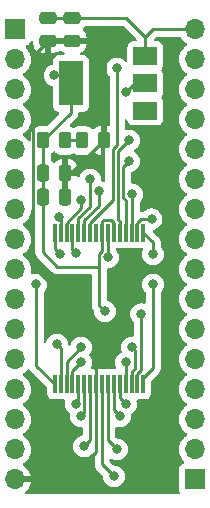
<source format=gbr>
%TF.GenerationSoftware,KiCad,Pcbnew,(6.0.5)*%
%TF.CreationDate,2022-12-17T16:59:51+01:00*%
%TF.ProjectId,DS1245Y_FRAM,44533132-3435-4595-9f46-52414d2e6b69,rev?*%
%TF.SameCoordinates,Original*%
%TF.FileFunction,Copper,L1,Top*%
%TF.FilePolarity,Positive*%
%FSLAX46Y46*%
G04 Gerber Fmt 4.6, Leading zero omitted, Abs format (unit mm)*
G04 Created by KiCad (PCBNEW (6.0.5)) date 2022-12-17 16:59:51*
%MOMM*%
%LPD*%
G01*
G04 APERTURE LIST*
G04 Aperture macros list*
%AMRoundRect*
0 Rectangle with rounded corners*
0 $1 Rounding radius*
0 $2 $3 $4 $5 $6 $7 $8 $9 X,Y pos of 4 corners*
0 Add a 4 corners polygon primitive as box body*
4,1,4,$2,$3,$4,$5,$6,$7,$8,$9,$2,$3,0*
0 Add four circle primitives for the rounded corners*
1,1,$1+$1,$2,$3*
1,1,$1+$1,$4,$5*
1,1,$1+$1,$6,$7*
1,1,$1+$1,$8,$9*
0 Add four rect primitives between the rounded corners*
20,1,$1+$1,$2,$3,$4,$5,0*
20,1,$1+$1,$4,$5,$6,$7,0*
20,1,$1+$1,$6,$7,$8,$9,0*
20,1,$1+$1,$8,$9,$2,$3,0*%
G04 Aperture macros list end*
%TA.AperFunction,SMDPad,CuDef*%
%ADD10RoundRect,0.250000X-0.475000X0.250000X-0.475000X-0.250000X0.475000X-0.250000X0.475000X0.250000X0*%
%TD*%
%TA.AperFunction,SMDPad,CuDef*%
%ADD11RoundRect,0.250000X-0.262500X-0.450000X0.262500X-0.450000X0.262500X0.450000X-0.262500X0.450000X0*%
%TD*%
%TA.AperFunction,SMDPad,CuDef*%
%ADD12RoundRect,0.250000X-0.250000X-0.475000X0.250000X-0.475000X0.250000X0.475000X-0.250000X0.475000X0*%
%TD*%
%TA.AperFunction,SMDPad,CuDef*%
%ADD13RoundRect,0.075000X-0.075000X0.700000X-0.075000X-0.700000X0.075000X-0.700000X0.075000X0.700000X0*%
%TD*%
%TA.AperFunction,SMDPad,CuDef*%
%ADD14R,2.000000X1.500000*%
%TD*%
%TA.AperFunction,SMDPad,CuDef*%
%ADD15R,2.000000X3.800000*%
%TD*%
%TA.AperFunction,ComponentPad*%
%ADD16R,1.700000X1.700000*%
%TD*%
%TA.AperFunction,ComponentPad*%
%ADD17O,1.700000X1.700000*%
%TD*%
%TA.AperFunction,ViaPad*%
%ADD18C,0.800000*%
%TD*%
%TA.AperFunction,Conductor*%
%ADD19C,0.250000*%
%TD*%
G04 APERTURE END LIST*
D10*
%TO.P,C2,1*%
%TO.N,+5V*%
X54102000Y-50358000D03*
%TO.P,C2,2*%
%TO.N,GND*%
X54102000Y-52258000D03*
%TD*%
D11*
%TO.P,R16,1*%
%TO.N,Net-(R15-Pad2)*%
X56999500Y-60706000D03*
%TO.P,R16,2*%
%TO.N,GND*%
X58824500Y-60706000D03*
%TD*%
D12*
%TO.P,C4,1*%
%TO.N,VDD*%
X53660000Y-63500000D03*
%TO.P,C4,2*%
%TO.N,GND*%
X55560000Y-63500000D03*
%TD*%
D13*
%TO.P,U2,1,A11*%
%TO.N,A11*%
X62170000Y-68505000D03*
%TO.P,U2,2,A9*%
%TO.N,A9*%
X61670000Y-68505000D03*
%TO.P,U2,3,A8*%
%TO.N,A8*%
X61170000Y-68505000D03*
%TO.P,U2,4,A13*%
%TO.N,A13*%
X60670000Y-68505000D03*
%TO.P,U2,5,WE*%
%TO.N,~WE*%
X60170000Y-68505000D03*
%TO.P,U2,6,CE2*%
%TO.N,VDD*%
X59670000Y-68505000D03*
%TO.P,U2,7,A15*%
%TO.N,A15*%
X59170000Y-68505000D03*
%TO.P,U2,8,VDD*%
%TO.N,VDD*%
X58670000Y-68505000D03*
%TO.P,U2,9,NC*%
%TO.N,unconnected-(U2-Pad9)*%
X58170000Y-68505000D03*
%TO.P,U2,10,A16*%
%TO.N,A16*%
X57670000Y-68505000D03*
%TO.P,U2,11,A14*%
%TO.N,A14*%
X57170000Y-68505000D03*
%TO.P,U2,12,A12*%
%TO.N,A12*%
X56670000Y-68505000D03*
%TO.P,U2,13,A7*%
%TO.N,A7*%
X56170000Y-68505000D03*
%TO.P,U2,14,A6*%
%TO.N,A6*%
X55670000Y-68505000D03*
%TO.P,U2,15,A5*%
%TO.N,A5*%
X55170000Y-68505000D03*
%TO.P,U2,16,A4*%
%TO.N,A4*%
X54670000Y-68505000D03*
%TO.P,U2,17,A3*%
%TO.N,A3*%
X54670000Y-81355000D03*
%TO.P,U2,18,A2*%
%TO.N,A2*%
X55170000Y-81355000D03*
%TO.P,U2,19,A1*%
%TO.N,A1*%
X55670000Y-81355000D03*
%TO.P,U2,20,A0*%
%TO.N,A0*%
X56170000Y-81355000D03*
%TO.P,U2,21,DQ0*%
%TO.N,DQ0*%
X56670000Y-81355000D03*
%TO.P,U2,22,DQ1*%
%TO.N,DQ1*%
X57170000Y-81355000D03*
%TO.P,U2,23,DQ2*%
%TO.N,DQ2*%
X57670000Y-81355000D03*
%TO.P,U2,24,VSS*%
%TO.N,GND*%
X58170000Y-81355000D03*
%TO.P,U2,25,DQ3*%
%TO.N,DQ3*%
X58670000Y-81355000D03*
%TO.P,U2,26,DQ4*%
%TO.N,DQ4*%
X59170000Y-81355000D03*
%TO.P,U2,27,DQ5*%
%TO.N,DQ5*%
X59670000Y-81355000D03*
%TO.P,U2,28,DQ6*%
%TO.N,DQ6*%
X60170000Y-81355000D03*
%TO.P,U2,29,DQ7*%
%TO.N,DQ7*%
X60670000Y-81355000D03*
%TO.P,U2,30,CE1*%
%TO.N,~CE*%
X61170000Y-81355000D03*
%TO.P,U2,31,A10*%
%TO.N,A10*%
X61670000Y-81355000D03*
%TO.P,U2,32,OE*%
%TO.N,~OE*%
X62170000Y-81355000D03*
%TD*%
D10*
%TO.P,C1,1*%
%TO.N,+5V*%
X56134000Y-50358000D03*
%TO.P,C1,2*%
%TO.N,GND*%
X56134000Y-52258000D03*
%TD*%
D12*
%TO.P,C3,1*%
%TO.N,VDD*%
X53660000Y-65532000D03*
%TO.P,C3,2*%
%TO.N,GND*%
X55560000Y-65532000D03*
%TD*%
D14*
%TO.P,U1,1,ADJ*%
%TO.N,unconnected-(U1-Pad1)*%
X62332000Y-58180000D03*
D15*
%TO.P,U1,2,VO*%
%TO.N,VDD*%
X56032000Y-55880000D03*
D14*
X62332000Y-55880000D03*
%TO.P,U1,3,VI*%
%TO.N,+5V*%
X62332000Y-53580000D03*
%TD*%
D11*
%TO.P,R15,1*%
%TO.N,VDD*%
X53697500Y-60706000D03*
%TO.P,R15,2*%
%TO.N,Net-(R15-Pad2)*%
X55522500Y-60706000D03*
%TD*%
D16*
%TO.P,J1,1,Pin_1*%
%TO.N,unconnected-(J1-Pad1)*%
X51308000Y-51308000D03*
D17*
%TO.P,J1,2,Pin_2*%
%TO.N,Net-(J1-Pad2)*%
X51308000Y-53848000D03*
%TO.P,J1,3,Pin_3*%
%TO.N,Net-(J1-Pad3)*%
X51308000Y-56388000D03*
%TO.P,J1,4,Pin_4*%
%TO.N,Net-(J1-Pad4)*%
X51308000Y-58928000D03*
%TO.P,J1,5,Pin_5*%
%TO.N,Net-(J1-Pad5)*%
X51308000Y-61468000D03*
%TO.P,J1,6,Pin_6*%
%TO.N,Net-(J1-Pad6)*%
X51308000Y-64008000D03*
%TO.P,J1,7,Pin_7*%
%TO.N,Net-(J1-Pad7)*%
X51308000Y-66548000D03*
%TO.P,J1,8,Pin_8*%
%TO.N,Net-(J1-Pad8)*%
X51308000Y-69088000D03*
%TO.P,J1,9,Pin_9*%
%TO.N,Net-(J1-Pad9)*%
X51308000Y-71628000D03*
%TO.P,J1,10,Pin_10*%
%TO.N,Net-(J1-Pad10)*%
X51308000Y-74168000D03*
%TO.P,J1,11,Pin_11*%
%TO.N,Net-(J1-Pad11)*%
X51308000Y-76708000D03*
%TO.P,J1,12,Pin_12*%
%TO.N,Net-(J1-Pad12)*%
X51308000Y-79248000D03*
%TO.P,J1,13,Pin_13*%
%TO.N,Net-(J1-Pad13)*%
X51308000Y-81788000D03*
%TO.P,J1,14,Pin_14*%
%TO.N,Net-(J1-Pad14)*%
X51308000Y-84328000D03*
%TO.P,J1,15,Pin_15*%
%TO.N,Net-(J1-Pad15)*%
X51308000Y-86868000D03*
%TO.P,J1,16,Pin_16*%
%TO.N,GND*%
X51308000Y-89408000D03*
%TD*%
D16*
%TO.P,J2,1,Pin_1*%
%TO.N,Net-(J2-Pad1)*%
X66548000Y-89408000D03*
D17*
%TO.P,J2,2,Pin_2*%
%TO.N,Net-(J2-Pad2)*%
X66548000Y-86868000D03*
%TO.P,J2,3,Pin_3*%
%TO.N,Net-(J2-Pad3)*%
X66548000Y-84328000D03*
%TO.P,J2,4,Pin_4*%
%TO.N,Net-(J2-Pad4)*%
X66548000Y-81788000D03*
%TO.P,J2,5,Pin_5*%
%TO.N,Net-(J2-Pad5)*%
X66548000Y-79248000D03*
%TO.P,J2,6,Pin_6*%
%TO.N,Net-(J2-Pad6)*%
X66548000Y-76708000D03*
%TO.P,J2,7,Pin_7*%
%TO.N,Net-(J2-Pad7)*%
X66548000Y-74168000D03*
%TO.P,J2,8,Pin_8*%
%TO.N,Net-(J2-Pad8)*%
X66548000Y-71628000D03*
%TO.P,J2,9,Pin_9*%
%TO.N,Net-(J2-Pad9)*%
X66548000Y-69088000D03*
%TO.P,J2,10,Pin_10*%
%TO.N,Net-(J2-Pad10)*%
X66548000Y-66548000D03*
%TO.P,J2,11,Pin_11*%
%TO.N,Net-(J2-Pad11)*%
X66548000Y-64008000D03*
%TO.P,J2,12,Pin_12*%
%TO.N,Net-(J2-Pad12)*%
X66548000Y-61468000D03*
%TO.P,J2,13,Pin_13*%
%TO.N,Net-(J2-Pad13)*%
X66548000Y-58928000D03*
%TO.P,J2,14,Pin_14*%
%TO.N,unconnected-(J2-Pad14)*%
X66548000Y-56388000D03*
%TO.P,J2,15,Pin_15*%
%TO.N,Net-(J2-Pad15)*%
X66548000Y-53848000D03*
%TO.P,J2,16,Pin_16*%
%TO.N,+5V*%
X66548000Y-51308000D03*
%TD*%
D18*
%TO.N,VDD*%
X60706000Y-56642000D03*
X58928000Y-75184000D03*
X54637110Y-55201366D03*
%TO.N,A16*%
X59944000Y-54610000D03*
%TO.N,A14*%
X58382500Y-65024000D03*
%TO.N,A12*%
X57658000Y-64008000D03*
%TO.N,A7*%
X56484863Y-70261089D03*
%TO.N,A6*%
X56896000Y-65786000D03*
%TO.N,A5*%
X55043741Y-67180157D03*
%TO.N,A4*%
X55118000Y-70358000D03*
%TO.N,A3*%
X53086000Y-72898000D03*
%TO.N,A2*%
X54864000Y-77978000D03*
%TO.N,A1*%
X56896000Y-78232000D03*
%TO.N,A0*%
X56896000Y-79502000D03*
%TO.N,DQ0*%
X56445500Y-83058000D03*
%TO.N,DQ1*%
X56896000Y-84074000D03*
%TO.N,DQ2*%
X57150000Y-86614000D03*
%TO.N,~CE*%
X61197610Y-78216616D03*
%TO.N,A15*%
X59182000Y-70612000D03*
%TO.N,~WE*%
X60960000Y-60706000D03*
%TO.N,A13*%
X60960000Y-62484000D03*
%TO.N,A8*%
X61214000Y-65278000D03*
%TO.N,A9*%
X62876156Y-67365605D03*
%TO.N,A11*%
X62992000Y-70358000D03*
%TO.N,~OE*%
X62992000Y-72898000D03*
%TO.N,A10*%
X61976000Y-75408500D03*
%TO.N,DQ7*%
X60706000Y-79502000D03*
%TO.N,DQ6*%
X60706000Y-83058000D03*
%TO.N,DQ5*%
X60198000Y-84074000D03*
%TO.N,DQ4*%
X59944000Y-86868000D03*
%TO.N,DQ3*%
X59690000Y-89154000D03*
%TD*%
D19*
%TO.N,+5V*%
X62332000Y-51968000D02*
X62992000Y-51308000D01*
X62992000Y-51308000D02*
X66548000Y-51308000D01*
X56134000Y-50358000D02*
X60722000Y-50358000D01*
X60722000Y-50358000D02*
X62332000Y-51968000D01*
X54102000Y-50358000D02*
X56134000Y-50358000D01*
X62332000Y-53580000D02*
X62332000Y-51968000D01*
%TO.N,GND*%
X52835480Y-53524520D02*
X54102000Y-52258000D01*
X58170000Y-76638012D02*
X52835480Y-71303492D01*
X57846000Y-52258000D02*
X58928000Y-53340000D01*
X56030500Y-63500000D02*
X58824500Y-60706000D01*
X55880000Y-89408000D02*
X51308000Y-89408000D01*
X56134000Y-52258000D02*
X54102000Y-52258000D01*
X58170000Y-81355000D02*
X58170000Y-76638012D01*
X55560000Y-63500000D02*
X55560000Y-65532000D01*
X58170000Y-87118000D02*
X55880000Y-89408000D01*
X58928000Y-60602500D02*
X58824500Y-60706000D01*
X58928000Y-53340000D02*
X58928000Y-60602500D01*
X56134000Y-52258000D02*
X57846000Y-52258000D01*
X58170000Y-81355000D02*
X58170000Y-87118000D01*
X55560000Y-63500000D02*
X56030500Y-63500000D01*
X52835480Y-71303492D02*
X52835480Y-53524520D01*
%TO.N,VDD*%
X62332000Y-55880000D02*
X61468000Y-55880000D01*
X53697500Y-60706000D02*
X56032000Y-58371500D01*
X59410486Y-67405480D02*
X58832520Y-67405480D01*
X58832520Y-67405480D02*
X58670000Y-67568000D01*
X54637110Y-55201366D02*
X55353366Y-55201366D01*
X53697500Y-63462500D02*
X53660000Y-63500000D01*
X55353366Y-55201366D02*
X56032000Y-55880000D01*
X53660000Y-65532000D02*
X53660000Y-70170000D01*
X58457489Y-74713489D02*
X58928000Y-75184000D01*
X58457489Y-70311897D02*
X58457489Y-71411489D01*
X61468000Y-55880000D02*
X60706000Y-56642000D01*
X56032000Y-58371500D02*
X56032000Y-55880000D01*
X59670000Y-67664994D02*
X59410486Y-67405480D01*
X53660000Y-70170000D02*
X54901489Y-71411489D01*
X54901489Y-71411489D02*
X58457489Y-71411489D01*
X59670000Y-68505000D02*
X59670000Y-67664994D01*
X58670000Y-68505000D02*
X58670000Y-70099386D01*
X53660000Y-65532000D02*
X53660000Y-63500000D01*
X58457489Y-71411489D02*
X58457489Y-74713489D01*
X58670000Y-70099386D02*
X58457489Y-70311897D01*
X53697500Y-60706000D02*
X53697500Y-63462500D01*
X58670000Y-67568000D02*
X58670000Y-68505000D01*
%TO.N,A16*%
X57670000Y-68505000D02*
X57670000Y-67664994D01*
X59944000Y-61086283D02*
X59944000Y-54610000D01*
X59590449Y-65744545D02*
X59590449Y-61439834D01*
X57670000Y-67664994D02*
X59590449Y-65744545D01*
X59590449Y-61439834D02*
X59944000Y-61086283D01*
%TO.N,A14*%
X58382500Y-66223930D02*
X58382500Y-65024000D01*
X57170000Y-67436430D02*
X58382500Y-66223930D01*
X57170000Y-68505000D02*
X57170000Y-67436430D01*
%TO.N,A12*%
X57658000Y-66312712D02*
X57658000Y-64008000D01*
X56670000Y-67300712D02*
X57658000Y-66312712D01*
X56670000Y-68505000D02*
X56670000Y-67300712D01*
%TO.N,A7*%
X56170000Y-68505000D02*
X56170000Y-69946226D01*
X56170000Y-69946226D02*
X56484863Y-70261089D01*
%TO.N,A6*%
X56896000Y-66438994D02*
X55670000Y-67664994D01*
X56896000Y-65786000D02*
X56896000Y-66438994D01*
X55670000Y-67664994D02*
X55670000Y-68505000D01*
%TO.N,A5*%
X55170000Y-67306416D02*
X55043741Y-67180157D01*
X55170000Y-68505000D02*
X55170000Y-67306416D01*
%TO.N,A4*%
X54670000Y-69910000D02*
X55118000Y-70358000D01*
X54670000Y-68505000D02*
X54670000Y-69910000D01*
%TO.N,A3*%
X53086000Y-79771000D02*
X53086000Y-72898000D01*
X54670000Y-81355000D02*
X53086000Y-79771000D01*
%TO.N,A2*%
X55170000Y-78284000D02*
X55170000Y-81355000D01*
X54864000Y-77978000D02*
X55170000Y-78284000D01*
%TO.N,A1*%
X55670000Y-81355000D02*
X55670000Y-79458000D01*
X55670000Y-79458000D02*
X56896000Y-78232000D01*
%TO.N,A0*%
X56170000Y-80228000D02*
X56170000Y-81355000D01*
X56896000Y-79502000D02*
X56170000Y-80228000D01*
%TO.N,DQ0*%
X56670000Y-82833500D02*
X56445500Y-83058000D01*
X56670000Y-81355000D02*
X56670000Y-82833500D01*
%TO.N,DQ1*%
X56896000Y-84074000D02*
X57170000Y-83800000D01*
X57170000Y-83800000D02*
X57170000Y-81355000D01*
%TO.N,DQ2*%
X57670000Y-81355000D02*
X57670000Y-86094000D01*
X57670000Y-86094000D02*
X57150000Y-86614000D01*
%TO.N,Net-(R15-Pad2)*%
X55522500Y-60706000D02*
X56999500Y-60706000D01*
%TO.N,~CE*%
X61468000Y-80010000D02*
X61468000Y-78487006D01*
X61170000Y-81355000D02*
X61170000Y-80308000D01*
X61170000Y-80308000D02*
X61468000Y-80010000D01*
X61468000Y-78487006D02*
X61197610Y-78216616D01*
%TO.N,A15*%
X59182000Y-68517000D02*
X59170000Y-68505000D01*
X59182000Y-70612000D02*
X59182000Y-68517000D01*
%TO.N,~WE*%
X60960000Y-60706000D02*
X60039969Y-61626031D01*
X60170000Y-67536000D02*
X60170000Y-68505000D01*
X60039969Y-61626031D02*
X60039969Y-67405969D01*
X60039969Y-67405969D02*
X60170000Y-67536000D01*
%TO.N,A13*%
X60670000Y-68505000D02*
X60670000Y-65758614D01*
X60489489Y-65578103D02*
X60489489Y-62954511D01*
X60670000Y-65758614D02*
X60489489Y-65578103D01*
X60489489Y-62954511D02*
X60960000Y-62484000D01*
%TO.N,A8*%
X61214000Y-67310000D02*
X61170000Y-67354000D01*
X61214000Y-65278000D02*
X61214000Y-67310000D01*
X61170000Y-67354000D02*
X61170000Y-68505000D01*
%TO.N,A9*%
X61670000Y-68505000D02*
X61670000Y-67664994D01*
X61670000Y-67664994D02*
X61969389Y-67365605D01*
X61969389Y-67365605D02*
X62876156Y-67365605D01*
%TO.N,A11*%
X62992000Y-69327000D02*
X62170000Y-68505000D01*
X62992000Y-70358000D02*
X62992000Y-69327000D01*
%TO.N,~OE*%
X62738000Y-80264000D02*
X62992000Y-80010000D01*
X62170000Y-80832000D02*
X62738000Y-80264000D01*
X62170000Y-81355000D02*
X62170000Y-80832000D01*
X62992000Y-80010000D02*
X62992000Y-72898000D01*
%TO.N,A10*%
X61670000Y-80443718D02*
X61976000Y-80137718D01*
X61670000Y-81355000D02*
X61670000Y-80443718D01*
X61976000Y-80137718D02*
X61976000Y-75408500D01*
%TO.N,DQ7*%
X60706000Y-79502000D02*
X60706000Y-80518000D01*
%TO.N,DQ6*%
X60170000Y-82522000D02*
X60706000Y-83058000D01*
X60170000Y-81355000D02*
X60170000Y-82522000D01*
%TO.N,DQ5*%
X59670000Y-83546000D02*
X59670000Y-81355000D01*
X60198000Y-84074000D02*
X59670000Y-83546000D01*
%TO.N,DQ4*%
X59170000Y-81355000D02*
X59170000Y-86094000D01*
X59170000Y-86094000D02*
X59944000Y-86868000D01*
%TO.N,DQ3*%
X59690000Y-89154000D02*
X58670000Y-88134000D01*
X58670000Y-88134000D02*
X58670000Y-81355000D01*
%TD*%
%TA.AperFunction,Conductor*%
%TO.N,GND*%
G36*
X65340395Y-51961502D02*
G01*
X65379707Y-52001665D01*
X65447987Y-52113088D01*
X65594250Y-52281938D01*
X65766126Y-52424632D01*
X65803073Y-52446222D01*
X65839445Y-52467476D01*
X65888169Y-52519114D01*
X65901240Y-52588897D01*
X65874509Y-52654669D01*
X65834055Y-52688027D01*
X65821607Y-52694507D01*
X65817474Y-52697610D01*
X65817471Y-52697612D01*
X65648094Y-52824784D01*
X65642965Y-52828635D01*
X65615316Y-52857568D01*
X65495594Y-52982850D01*
X65488629Y-52990138D01*
X65485715Y-52994410D01*
X65485714Y-52994411D01*
X65422347Y-53087304D01*
X65362743Y-53174680D01*
X65268688Y-53377305D01*
X65208989Y-53592570D01*
X65185251Y-53814695D01*
X65185548Y-53819848D01*
X65185548Y-53819851D01*
X65195707Y-53996036D01*
X65198110Y-54037715D01*
X65199247Y-54042761D01*
X65199248Y-54042767D01*
X65207363Y-54078774D01*
X65247222Y-54255639D01*
X65331266Y-54462616D01*
X65447987Y-54653088D01*
X65594250Y-54821938D01*
X65766126Y-54964632D01*
X65784333Y-54975271D01*
X65839445Y-55007476D01*
X65888169Y-55059114D01*
X65901240Y-55128897D01*
X65874509Y-55194669D01*
X65834055Y-55228027D01*
X65821607Y-55234507D01*
X65817474Y-55237610D01*
X65817471Y-55237612D01*
X65647100Y-55365530D01*
X65642965Y-55368635D01*
X65615312Y-55397572D01*
X65495594Y-55522850D01*
X65488629Y-55530138D01*
X65485715Y-55534410D01*
X65485714Y-55534411D01*
X65400556Y-55659249D01*
X65362743Y-55714680D01*
X65347003Y-55748590D01*
X65285897Y-55880232D01*
X65268688Y-55917305D01*
X65208989Y-56132570D01*
X65185251Y-56354695D01*
X65185548Y-56359848D01*
X65185548Y-56359851D01*
X65191011Y-56454590D01*
X65198110Y-56577715D01*
X65199247Y-56582761D01*
X65199248Y-56582767D01*
X65219119Y-56670939D01*
X65247222Y-56795639D01*
X65285461Y-56889811D01*
X65317891Y-56969676D01*
X65331266Y-57002616D01*
X65382019Y-57085438D01*
X65437582Y-57176108D01*
X65447987Y-57193088D01*
X65594250Y-57361938D01*
X65766126Y-57504632D01*
X65832612Y-57543483D01*
X65839445Y-57547476D01*
X65888169Y-57599114D01*
X65901240Y-57668897D01*
X65874509Y-57734669D01*
X65834055Y-57768027D01*
X65821607Y-57774507D01*
X65817474Y-57777610D01*
X65817471Y-57777612D01*
X65657509Y-57897715D01*
X65642965Y-57908635D01*
X65578782Y-57975799D01*
X65495594Y-58062850D01*
X65488629Y-58070138D01*
X65485715Y-58074410D01*
X65485714Y-58074411D01*
X65443646Y-58136081D01*
X65362743Y-58254680D01*
X65347003Y-58288590D01*
X65271369Y-58451530D01*
X65268688Y-58457305D01*
X65208989Y-58672570D01*
X65185251Y-58894695D01*
X65185548Y-58899848D01*
X65185548Y-58899851D01*
X65191011Y-58994590D01*
X65198110Y-59117715D01*
X65199247Y-59122761D01*
X65199248Y-59122767D01*
X65219119Y-59210939D01*
X65247222Y-59335639D01*
X65288989Y-59438500D01*
X65320506Y-59516116D01*
X65331266Y-59542616D01*
X65347009Y-59568306D01*
X65434635Y-59711299D01*
X65447987Y-59733088D01*
X65451367Y-59736990D01*
X65457974Y-59744617D01*
X65594250Y-59901938D01*
X65766126Y-60044632D01*
X65836595Y-60085811D01*
X65839445Y-60087476D01*
X65888169Y-60139114D01*
X65901240Y-60208897D01*
X65874509Y-60274669D01*
X65834055Y-60308027D01*
X65821607Y-60314507D01*
X65817474Y-60317610D01*
X65817471Y-60317612D01*
X65647100Y-60445530D01*
X65642965Y-60448635D01*
X65584520Y-60509794D01*
X65495594Y-60602850D01*
X65488629Y-60610138D01*
X65485715Y-60614410D01*
X65485714Y-60614411D01*
X65427715Y-60699435D01*
X65362743Y-60794680D01*
X65349190Y-60823878D01*
X65291652Y-60947834D01*
X65268688Y-60997305D01*
X65208989Y-61212570D01*
X65185251Y-61434695D01*
X65185548Y-61439848D01*
X65185548Y-61439851D01*
X65187790Y-61478738D01*
X65198110Y-61657715D01*
X65199247Y-61662761D01*
X65199248Y-61662767D01*
X65200368Y-61667736D01*
X65247222Y-61875639D01*
X65331266Y-62082616D01*
X65447987Y-62273088D01*
X65594250Y-62441938D01*
X65766126Y-62584632D01*
X65792516Y-62600053D01*
X65839445Y-62627476D01*
X65888169Y-62679114D01*
X65901240Y-62748897D01*
X65874509Y-62814669D01*
X65834055Y-62848027D01*
X65821607Y-62854507D01*
X65817474Y-62857610D01*
X65817471Y-62857612D01*
X65657373Y-62977817D01*
X65642965Y-62988635D01*
X65617554Y-63015226D01*
X65495594Y-63142850D01*
X65488629Y-63150138D01*
X65485715Y-63154410D01*
X65485714Y-63154411D01*
X65444931Y-63214197D01*
X65362743Y-63334680D01*
X65268688Y-63537305D01*
X65208989Y-63752570D01*
X65185251Y-63974695D01*
X65185548Y-63979848D01*
X65185548Y-63979851D01*
X65189466Y-64047802D01*
X65198110Y-64197715D01*
X65199247Y-64202761D01*
X65199248Y-64202767D01*
X65200060Y-64206368D01*
X65247222Y-64415639D01*
X65297405Y-64539226D01*
X65315166Y-64582965D01*
X65331266Y-64622616D01*
X65333965Y-64627020D01*
X65399683Y-64734262D01*
X65447987Y-64813088D01*
X65594250Y-64981938D01*
X65766126Y-65124632D01*
X65836595Y-65165811D01*
X65839445Y-65167476D01*
X65888169Y-65219114D01*
X65901240Y-65288897D01*
X65874509Y-65354669D01*
X65834055Y-65388027D01*
X65821607Y-65394507D01*
X65817474Y-65397610D01*
X65817471Y-65397612D01*
X65647100Y-65525530D01*
X65642965Y-65528635D01*
X65578782Y-65595799D01*
X65495594Y-65682850D01*
X65488629Y-65690138D01*
X65485715Y-65694410D01*
X65485714Y-65694411D01*
X65462719Y-65728121D01*
X65362743Y-65874680D01*
X65345233Y-65912403D01*
X65277928Y-66057400D01*
X65268688Y-66077305D01*
X65208989Y-66292570D01*
X65185251Y-66514695D01*
X65185548Y-66519848D01*
X65185548Y-66519851D01*
X65197530Y-66727656D01*
X65198110Y-66737715D01*
X65199247Y-66742761D01*
X65199248Y-66742767D01*
X65217500Y-66823753D01*
X65247222Y-66955639D01*
X65331266Y-67162616D01*
X65447987Y-67353088D01*
X65594250Y-67521938D01*
X65766126Y-67664632D01*
X65836595Y-67705811D01*
X65839445Y-67707476D01*
X65888169Y-67759114D01*
X65901240Y-67828897D01*
X65874509Y-67894669D01*
X65834055Y-67928027D01*
X65821607Y-67934507D01*
X65817474Y-67937610D01*
X65817471Y-67937612D01*
X65647100Y-68065530D01*
X65642965Y-68068635D01*
X65578782Y-68135799D01*
X65495594Y-68222850D01*
X65488629Y-68230138D01*
X65485715Y-68234410D01*
X65485714Y-68234411D01*
X65459945Y-68272187D01*
X65362743Y-68414680D01*
X65268688Y-68617305D01*
X65208989Y-68832570D01*
X65185251Y-69054695D01*
X65185548Y-69059848D01*
X65185548Y-69059851D01*
X65191796Y-69168203D01*
X65198110Y-69277715D01*
X65199247Y-69282761D01*
X65199248Y-69282767D01*
X65219119Y-69370939D01*
X65247222Y-69495639D01*
X65331266Y-69702616D01*
X65333965Y-69707020D01*
X65396763Y-69809497D01*
X65447987Y-69893088D01*
X65594250Y-70061938D01*
X65714527Y-70161794D01*
X65747347Y-70189041D01*
X65766126Y-70204632D01*
X65826302Y-70239796D01*
X65839445Y-70247476D01*
X65888169Y-70299114D01*
X65901240Y-70368897D01*
X65874509Y-70434669D01*
X65834055Y-70468027D01*
X65821607Y-70474507D01*
X65817474Y-70477610D01*
X65817471Y-70477612D01*
X65653541Y-70600694D01*
X65642965Y-70608635D01*
X65617485Y-70635298D01*
X65495594Y-70762850D01*
X65488629Y-70770138D01*
X65485715Y-70774410D01*
X65485714Y-70774411D01*
X65462661Y-70808206D01*
X65362743Y-70954680D01*
X65347003Y-70988590D01*
X65274290Y-71145237D01*
X65268688Y-71157305D01*
X65208989Y-71372570D01*
X65185251Y-71594695D01*
X65185548Y-71599848D01*
X65185548Y-71599851D01*
X65191011Y-71694590D01*
X65198110Y-71817715D01*
X65199247Y-71822761D01*
X65199248Y-71822767D01*
X65220275Y-71916069D01*
X65247222Y-72035639D01*
X65331266Y-72242616D01*
X65447987Y-72433088D01*
X65594250Y-72601938D01*
X65766126Y-72744632D01*
X65836595Y-72785811D01*
X65839445Y-72787476D01*
X65888169Y-72839114D01*
X65901240Y-72908897D01*
X65874509Y-72974669D01*
X65834055Y-73008027D01*
X65821607Y-73014507D01*
X65817474Y-73017610D01*
X65817471Y-73017612D01*
X65647100Y-73145530D01*
X65642965Y-73148635D01*
X65578782Y-73215799D01*
X65495594Y-73302850D01*
X65488629Y-73310138D01*
X65485715Y-73314410D01*
X65485714Y-73314411D01*
X65407393Y-73429226D01*
X65362743Y-73494680D01*
X65268688Y-73697305D01*
X65208989Y-73912570D01*
X65185251Y-74134695D01*
X65198110Y-74357715D01*
X65199247Y-74362761D01*
X65199248Y-74362767D01*
X65205430Y-74390197D01*
X65247222Y-74575639D01*
X65282015Y-74661325D01*
X65321005Y-74757345D01*
X65331266Y-74782616D01*
X65333965Y-74787020D01*
X65444307Y-74967082D01*
X65447987Y-74973088D01*
X65594250Y-75141938D01*
X65766126Y-75284632D01*
X65836595Y-75325811D01*
X65839445Y-75327476D01*
X65888169Y-75379114D01*
X65901240Y-75448897D01*
X65874509Y-75514669D01*
X65834055Y-75548027D01*
X65821607Y-75554507D01*
X65817474Y-75557610D01*
X65817471Y-75557612D01*
X65754748Y-75604706D01*
X65642965Y-75688635D01*
X65617554Y-75715226D01*
X65495594Y-75842850D01*
X65488629Y-75850138D01*
X65485715Y-75854410D01*
X65485714Y-75854411D01*
X65427516Y-75939726D01*
X65362743Y-76034680D01*
X65268688Y-76237305D01*
X65208989Y-76452570D01*
X65185251Y-76674695D01*
X65198110Y-76897715D01*
X65199247Y-76902761D01*
X65199248Y-76902767D01*
X65223304Y-77009508D01*
X65247222Y-77115639D01*
X65331266Y-77322616D01*
X65346712Y-77347822D01*
X65406118Y-77444763D01*
X65447987Y-77513088D01*
X65594250Y-77681938D01*
X65766126Y-77824632D01*
X65827411Y-77860444D01*
X65839445Y-77867476D01*
X65888169Y-77919114D01*
X65901240Y-77988897D01*
X65874509Y-78054669D01*
X65834055Y-78088027D01*
X65821607Y-78094507D01*
X65817474Y-78097610D01*
X65817471Y-78097612D01*
X65650229Y-78223181D01*
X65642965Y-78228635D01*
X65599556Y-78274060D01*
X65495594Y-78382850D01*
X65488629Y-78390138D01*
X65485715Y-78394410D01*
X65485714Y-78394411D01*
X65462661Y-78428206D01*
X65362743Y-78574680D01*
X65329883Y-78645471D01*
X65274290Y-78765237D01*
X65268688Y-78777305D01*
X65208989Y-78992570D01*
X65185251Y-79214695D01*
X65185548Y-79219848D01*
X65185548Y-79219851D01*
X65191244Y-79318635D01*
X65198110Y-79437715D01*
X65199247Y-79442761D01*
X65199248Y-79442767D01*
X65202322Y-79456405D01*
X65247222Y-79655639D01*
X65331266Y-79862616D01*
X65333965Y-79867020D01*
X65439320Y-80038944D01*
X65447987Y-80053088D01*
X65594250Y-80221938D01*
X65766126Y-80364632D01*
X65836595Y-80405811D01*
X65839445Y-80407476D01*
X65888169Y-80459114D01*
X65901240Y-80528897D01*
X65874509Y-80594669D01*
X65834055Y-80628027D01*
X65821607Y-80634507D01*
X65817474Y-80637610D01*
X65817471Y-80637612D01*
X65793247Y-80655800D01*
X65642965Y-80768635D01*
X65578782Y-80835799D01*
X65495594Y-80922850D01*
X65488629Y-80930138D01*
X65485715Y-80934410D01*
X65485714Y-80934411D01*
X65418803Y-81032499D01*
X65362743Y-81114680D01*
X65268688Y-81317305D01*
X65208989Y-81532570D01*
X65185251Y-81754695D01*
X65185548Y-81759848D01*
X65185548Y-81759851D01*
X65191011Y-81854590D01*
X65198110Y-81977715D01*
X65199247Y-81982761D01*
X65199248Y-81982767D01*
X65219119Y-82070939D01*
X65247222Y-82195639D01*
X65331266Y-82402616D01*
X65333965Y-82407020D01*
X65432519Y-82567846D01*
X65447987Y-82593088D01*
X65594250Y-82761938D01*
X65766126Y-82904632D01*
X65836595Y-82945811D01*
X65839445Y-82947476D01*
X65888169Y-82999114D01*
X65901240Y-83068897D01*
X65874509Y-83134669D01*
X65834055Y-83168027D01*
X65821607Y-83174507D01*
X65817474Y-83177610D01*
X65817471Y-83177612D01*
X65647100Y-83305530D01*
X65642965Y-83308635D01*
X65578782Y-83375799D01*
X65495594Y-83462850D01*
X65488629Y-83470138D01*
X65485715Y-83474410D01*
X65485714Y-83474411D01*
X65407393Y-83589226D01*
X65362743Y-83654680D01*
X65347003Y-83688590D01*
X65274291Y-83845235D01*
X65268688Y-83857305D01*
X65208989Y-84072570D01*
X65185251Y-84294695D01*
X65185548Y-84299848D01*
X65185548Y-84299851D01*
X65191011Y-84394590D01*
X65198110Y-84517715D01*
X65199247Y-84522761D01*
X65199248Y-84522767D01*
X65217832Y-84605226D01*
X65247222Y-84735639D01*
X65331266Y-84942616D01*
X65333965Y-84947020D01*
X65432920Y-85108500D01*
X65447987Y-85133088D01*
X65594250Y-85301938D01*
X65766126Y-85444632D01*
X65836595Y-85485811D01*
X65839445Y-85487476D01*
X65888169Y-85539114D01*
X65901240Y-85608897D01*
X65874509Y-85674669D01*
X65834055Y-85708027D01*
X65821607Y-85714507D01*
X65817474Y-85717610D01*
X65817471Y-85717612D01*
X65665660Y-85831595D01*
X65642965Y-85848635D01*
X65578782Y-85915799D01*
X65495594Y-86002850D01*
X65488629Y-86010138D01*
X65485715Y-86014410D01*
X65485714Y-86014411D01*
X65446329Y-86072148D01*
X65362743Y-86194680D01*
X65268688Y-86397305D01*
X65208989Y-86612570D01*
X65185251Y-86834695D01*
X65185548Y-86839848D01*
X65185548Y-86839851D01*
X65191011Y-86934590D01*
X65198110Y-87057715D01*
X65199247Y-87062761D01*
X65199248Y-87062767D01*
X65217832Y-87145226D01*
X65247222Y-87275639D01*
X65331266Y-87482616D01*
X65354866Y-87521128D01*
X65441072Y-87661803D01*
X65447987Y-87673088D01*
X65594250Y-87841938D01*
X65598230Y-87845242D01*
X65602981Y-87849187D01*
X65642616Y-87908090D01*
X65644113Y-87979071D01*
X65606997Y-88039593D01*
X65566725Y-88064112D01*
X65540592Y-88073909D01*
X65451295Y-88107385D01*
X65334739Y-88194739D01*
X65247385Y-88311295D01*
X65196255Y-88447684D01*
X65189500Y-88509866D01*
X65189500Y-90306134D01*
X65196255Y-90368316D01*
X65233995Y-90468988D01*
X65247385Y-90504705D01*
X65244560Y-90505764D01*
X65256495Y-90560360D01*
X65231752Y-90626906D01*
X65174960Y-90669511D01*
X65130807Y-90677500D01*
X52260520Y-90677500D01*
X52192399Y-90657498D01*
X52145906Y-90603842D01*
X52135802Y-90533568D01*
X52165296Y-90468988D01*
X52179880Y-90455731D01*
X52179374Y-90455133D01*
X52191200Y-90445139D01*
X52342052Y-90294812D01*
X52348730Y-90286965D01*
X52473003Y-90114020D01*
X52478313Y-90105183D01*
X52572670Y-89914267D01*
X52576469Y-89904672D01*
X52638377Y-89700910D01*
X52640555Y-89690837D01*
X52641986Y-89679962D01*
X52639775Y-89665778D01*
X52626617Y-89662000D01*
X51180000Y-89662000D01*
X51111879Y-89641998D01*
X51065386Y-89588342D01*
X51054000Y-89536000D01*
X51054000Y-89280000D01*
X51074002Y-89211879D01*
X51127658Y-89165386D01*
X51180000Y-89154000D01*
X52626344Y-89154000D01*
X52639875Y-89150027D01*
X52641180Y-89140947D01*
X52599214Y-88973875D01*
X52595894Y-88964124D01*
X52510972Y-88768814D01*
X52506105Y-88759739D01*
X52390426Y-88580926D01*
X52384136Y-88572757D01*
X52240806Y-88415240D01*
X52233273Y-88408215D01*
X52066139Y-88276222D01*
X52057556Y-88270520D01*
X52020602Y-88250120D01*
X51970631Y-88199687D01*
X51955859Y-88130245D01*
X51980975Y-88063839D01*
X52008327Y-88037232D01*
X52032040Y-88020318D01*
X52187860Y-87909173D01*
X52251067Y-87846187D01*
X52277943Y-87819404D01*
X52346096Y-87751489D01*
X52349116Y-87747287D01*
X52473435Y-87574277D01*
X52476453Y-87570077D01*
X52486006Y-87550749D01*
X52573136Y-87374453D01*
X52573137Y-87374451D01*
X52575430Y-87369811D01*
X52640370Y-87156069D01*
X52669529Y-86934590D01*
X52671156Y-86868000D01*
X52652852Y-86645361D01*
X52598431Y-86428702D01*
X52509354Y-86223840D01*
X52418094Y-86082774D01*
X52390822Y-86040617D01*
X52390820Y-86040614D01*
X52388014Y-86036277D01*
X52237670Y-85871051D01*
X52233619Y-85867852D01*
X52233615Y-85867848D01*
X52066414Y-85735800D01*
X52066410Y-85735798D01*
X52062359Y-85732598D01*
X52021053Y-85709796D01*
X51971084Y-85659364D01*
X51956312Y-85589921D01*
X51981428Y-85523516D01*
X52008780Y-85496909D01*
X52052603Y-85465650D01*
X52187860Y-85369173D01*
X52346096Y-85211489D01*
X52349116Y-85207287D01*
X52473435Y-85034277D01*
X52476453Y-85030077D01*
X52488146Y-85006419D01*
X52573136Y-84834453D01*
X52573137Y-84834451D01*
X52575430Y-84829811D01*
X52640370Y-84616069D01*
X52669529Y-84394590D01*
X52671156Y-84328000D01*
X52652852Y-84105361D01*
X52598431Y-83888702D01*
X52509354Y-83683840D01*
X52451845Y-83594944D01*
X52390822Y-83500617D01*
X52390820Y-83500614D01*
X52388014Y-83496277D01*
X52237670Y-83331051D01*
X52233619Y-83327852D01*
X52233615Y-83327848D01*
X52066414Y-83195800D01*
X52066410Y-83195798D01*
X52062359Y-83192598D01*
X52021053Y-83169796D01*
X51971084Y-83119364D01*
X51956312Y-83049921D01*
X51981428Y-82983516D01*
X52008780Y-82956909D01*
X52052603Y-82925650D01*
X52187860Y-82829173D01*
X52346096Y-82671489D01*
X52349116Y-82667287D01*
X52473435Y-82494277D01*
X52476453Y-82490077D01*
X52483320Y-82476184D01*
X52573136Y-82294453D01*
X52573137Y-82294451D01*
X52575430Y-82289811D01*
X52640370Y-82076069D01*
X52669529Y-81854590D01*
X52671156Y-81788000D01*
X52652852Y-81565361D01*
X52598431Y-81348702D01*
X52509354Y-81143840D01*
X52388014Y-80956277D01*
X52237670Y-80791051D01*
X52233619Y-80787852D01*
X52233615Y-80787848D01*
X52066414Y-80655800D01*
X52066410Y-80655798D01*
X52062359Y-80652598D01*
X52021053Y-80629796D01*
X51971084Y-80579364D01*
X51956312Y-80509921D01*
X51981428Y-80443516D01*
X52008780Y-80416909D01*
X52062807Y-80378372D01*
X52187860Y-80289173D01*
X52232128Y-80245060D01*
X52281942Y-80195419D01*
X52346096Y-80131489D01*
X52349116Y-80127287D01*
X52352612Y-80122421D01*
X52408607Y-80078773D01*
X52479310Y-80072327D01*
X52542275Y-80105130D01*
X52563386Y-80131804D01*
X52581458Y-80162362D01*
X52595779Y-80176683D01*
X52608619Y-80191716D01*
X52620528Y-80208107D01*
X52654605Y-80236298D01*
X52663384Y-80244288D01*
X53974595Y-81555499D01*
X54008621Y-81617811D01*
X54011500Y-81644594D01*
X54011500Y-82093244D01*
X54026519Y-82207324D01*
X54085314Y-82349268D01*
X54178843Y-82471157D01*
X54185393Y-82476183D01*
X54185394Y-82476184D01*
X54197454Y-82485438D01*
X54300733Y-82564686D01*
X54442676Y-82623481D01*
X54509237Y-82632244D01*
X54552669Y-82637962D01*
X54552670Y-82637962D01*
X54556756Y-82638500D01*
X54783244Y-82638500D01*
X54787330Y-82637962D01*
X54787331Y-82637962D01*
X54897324Y-82623481D01*
X54897527Y-82625026D01*
X54942473Y-82625026D01*
X54942676Y-82623481D01*
X55052669Y-82637962D01*
X55052670Y-82637962D01*
X55056756Y-82638500D01*
X55283244Y-82638500D01*
X55287330Y-82637962D01*
X55287331Y-82637962D01*
X55397324Y-82623481D01*
X55397527Y-82625026D01*
X55442473Y-82625026D01*
X55442676Y-82623481D01*
X55473485Y-82627537D01*
X55538412Y-82656259D01*
X55577504Y-82715524D01*
X55576872Y-82791395D01*
X55551958Y-82868072D01*
X55531996Y-83058000D01*
X55532686Y-83064565D01*
X55545881Y-83190104D01*
X55551958Y-83247928D01*
X55610973Y-83429556D01*
X55614276Y-83435278D01*
X55614277Y-83435279D01*
X55634403Y-83470138D01*
X55706460Y-83594944D01*
X55710878Y-83599851D01*
X55710879Y-83599852D01*
X55760246Y-83654680D01*
X55834247Y-83736866D01*
X55946046Y-83818093D01*
X55989400Y-83874315D01*
X55997295Y-83933198D01*
X55982496Y-84074000D01*
X56002458Y-84263928D01*
X56061473Y-84445556D01*
X56156960Y-84610944D01*
X56161378Y-84615851D01*
X56161379Y-84615852D01*
X56166035Y-84621023D01*
X56284747Y-84752866D01*
X56439248Y-84865118D01*
X56445276Y-84867802D01*
X56445278Y-84867803D01*
X56501499Y-84892834D01*
X56613712Y-84942794D01*
X56707112Y-84962647D01*
X56794056Y-84981128D01*
X56794061Y-84981128D01*
X56800513Y-84982500D01*
X56910500Y-84982500D01*
X56978621Y-85002502D01*
X57025114Y-85056158D01*
X57036500Y-85108500D01*
X57036500Y-85607296D01*
X57016498Y-85675417D01*
X56962842Y-85721910D01*
X56936699Y-85730542D01*
X56867712Y-85745206D01*
X56861682Y-85747891D01*
X56861681Y-85747891D01*
X56699278Y-85820197D01*
X56699276Y-85820198D01*
X56693248Y-85822882D01*
X56687907Y-85826762D01*
X56687906Y-85826763D01*
X56662076Y-85845530D01*
X56538747Y-85935134D01*
X56534326Y-85940044D01*
X56534325Y-85940045D01*
X56441133Y-86043546D01*
X56410960Y-86077056D01*
X56407659Y-86082774D01*
X56323472Y-86228590D01*
X56315473Y-86242444D01*
X56256458Y-86424072D01*
X56236496Y-86614000D01*
X56256458Y-86803928D01*
X56315473Y-86985556D01*
X56410960Y-87150944D01*
X56415378Y-87155851D01*
X56415379Y-87155852D01*
X56518695Y-87270596D01*
X56538747Y-87292866D01*
X56693248Y-87405118D01*
X56699276Y-87407802D01*
X56699278Y-87407803D01*
X56856560Y-87477829D01*
X56867712Y-87482794D01*
X56961112Y-87502647D01*
X57048056Y-87521128D01*
X57048061Y-87521128D01*
X57054513Y-87522500D01*
X57245487Y-87522500D01*
X57251939Y-87521128D01*
X57251944Y-87521128D01*
X57338888Y-87502647D01*
X57432288Y-87482794D01*
X57443440Y-87477829D01*
X57600722Y-87407803D01*
X57600724Y-87407802D01*
X57606752Y-87405118D01*
X57761253Y-87292866D01*
X57816865Y-87231102D01*
X57877310Y-87193864D01*
X57948294Y-87195216D01*
X58007278Y-87234730D01*
X58035536Y-87299860D01*
X58036500Y-87315414D01*
X58036500Y-88055233D01*
X58035973Y-88066416D01*
X58034298Y-88073909D01*
X58034547Y-88081835D01*
X58034547Y-88081836D01*
X58036438Y-88141986D01*
X58036500Y-88145945D01*
X58036500Y-88173856D01*
X58036997Y-88177790D01*
X58036997Y-88177791D01*
X58037005Y-88177856D01*
X58037938Y-88189693D01*
X58039327Y-88233889D01*
X58044978Y-88253339D01*
X58048987Y-88272700D01*
X58051526Y-88292797D01*
X58054445Y-88300168D01*
X58054445Y-88300170D01*
X58067804Y-88333912D01*
X58071649Y-88345142D01*
X58083982Y-88387593D01*
X58088015Y-88394412D01*
X58088017Y-88394417D01*
X58094293Y-88405028D01*
X58102988Y-88422776D01*
X58110448Y-88441617D01*
X58115110Y-88448033D01*
X58115110Y-88448034D01*
X58136436Y-88477387D01*
X58142952Y-88487307D01*
X58156294Y-88509866D01*
X58165458Y-88525362D01*
X58179779Y-88539683D01*
X58192619Y-88554716D01*
X58204528Y-88571107D01*
X58210634Y-88576158D01*
X58238605Y-88599298D01*
X58247384Y-88607288D01*
X58742878Y-89102782D01*
X58776904Y-89165094D01*
X58779092Y-89178703D01*
X58796458Y-89343928D01*
X58855473Y-89525556D01*
X58950960Y-89690944D01*
X59078747Y-89832866D01*
X59233248Y-89945118D01*
X59239276Y-89947802D01*
X59239278Y-89947803D01*
X59401681Y-90020109D01*
X59407712Y-90022794D01*
X59501113Y-90042647D01*
X59588056Y-90061128D01*
X59588061Y-90061128D01*
X59594513Y-90062500D01*
X59785487Y-90062500D01*
X59791939Y-90061128D01*
X59791944Y-90061128D01*
X59878887Y-90042647D01*
X59972288Y-90022794D01*
X59978319Y-90020109D01*
X60140722Y-89947803D01*
X60140724Y-89947802D01*
X60146752Y-89945118D01*
X60301253Y-89832866D01*
X60429040Y-89690944D01*
X60524527Y-89525556D01*
X60583542Y-89343928D01*
X60603504Y-89154000D01*
X60598121Y-89102782D01*
X60584232Y-88970635D01*
X60584232Y-88970633D01*
X60583542Y-88964072D01*
X60524527Y-88782444D01*
X60429040Y-88617056D01*
X60396509Y-88580926D01*
X60305675Y-88480045D01*
X60305674Y-88480044D01*
X60301253Y-88475134D01*
X60178440Y-88385905D01*
X60152094Y-88366763D01*
X60152093Y-88366762D01*
X60146752Y-88362882D01*
X60140724Y-88360198D01*
X60140722Y-88360197D01*
X59978319Y-88287891D01*
X59978318Y-88287891D01*
X59972288Y-88285206D01*
X59867164Y-88262861D01*
X59791944Y-88246872D01*
X59791939Y-88246872D01*
X59785487Y-88245500D01*
X59729595Y-88245500D01*
X59661474Y-88225498D01*
X59640499Y-88208595D01*
X59340404Y-87908499D01*
X59306379Y-87846187D01*
X59303500Y-87819404D01*
X59303500Y-87770473D01*
X59323502Y-87702352D01*
X59377158Y-87655859D01*
X59447432Y-87645755D01*
X59487087Y-87659480D01*
X59487248Y-87659118D01*
X59557981Y-87690610D01*
X59652809Y-87732830D01*
X59661712Y-87736794D01*
X59748009Y-87755137D01*
X59842056Y-87775128D01*
X59842061Y-87775128D01*
X59848513Y-87776500D01*
X60039487Y-87776500D01*
X60045939Y-87775128D01*
X60045944Y-87775128D01*
X60139991Y-87755137D01*
X60226288Y-87736794D01*
X60232319Y-87734109D01*
X60394722Y-87661803D01*
X60394724Y-87661802D01*
X60400752Y-87659118D01*
X60555253Y-87546866D01*
X60683040Y-87404944D01*
X60747748Y-87292866D01*
X60775223Y-87245279D01*
X60775224Y-87245278D01*
X60778527Y-87239556D01*
X60837542Y-87057928D01*
X60850157Y-86937908D01*
X60856814Y-86874565D01*
X60857504Y-86868000D01*
X60837542Y-86678072D01*
X60778527Y-86496444D01*
X60683040Y-86331056D01*
X60603254Y-86242444D01*
X60559675Y-86194045D01*
X60559674Y-86194044D01*
X60555253Y-86189134D01*
X60400752Y-86076882D01*
X60394724Y-86074198D01*
X60394722Y-86074197D01*
X60232319Y-86001891D01*
X60232318Y-86001891D01*
X60226288Y-85999206D01*
X60132888Y-85979353D01*
X60045944Y-85960872D01*
X60045939Y-85960872D01*
X60039487Y-85959500D01*
X59983595Y-85959500D01*
X59915474Y-85939498D01*
X59894500Y-85922595D01*
X59840405Y-85868500D01*
X59806379Y-85806188D01*
X59803500Y-85779405D01*
X59803500Y-85074540D01*
X59823502Y-85006419D01*
X59877158Y-84959926D01*
X59947432Y-84949822D01*
X59955693Y-84951292D01*
X59983812Y-84957269D01*
X60096056Y-84981128D01*
X60096061Y-84981128D01*
X60102513Y-84982500D01*
X60293487Y-84982500D01*
X60299939Y-84981128D01*
X60299944Y-84981128D01*
X60386888Y-84962647D01*
X60480288Y-84942794D01*
X60592501Y-84892834D01*
X60648722Y-84867803D01*
X60648724Y-84867802D01*
X60654752Y-84865118D01*
X60809253Y-84752866D01*
X60927965Y-84621023D01*
X60932621Y-84615852D01*
X60932622Y-84615851D01*
X60937040Y-84610944D01*
X61032527Y-84445556D01*
X61091542Y-84263928D01*
X61111504Y-84074000D01*
X61100626Y-83970504D01*
X61113398Y-83900666D01*
X61161596Y-83849633D01*
X61162752Y-83849118D01*
X61168094Y-83845236D01*
X61168097Y-83845235D01*
X61240003Y-83792992D01*
X61317253Y-83736866D01*
X61391254Y-83654680D01*
X61440621Y-83599852D01*
X61440622Y-83599851D01*
X61445040Y-83594944D01*
X61517097Y-83470138D01*
X61537223Y-83435279D01*
X61537224Y-83435278D01*
X61540527Y-83429556D01*
X61599542Y-83247928D01*
X61605620Y-83190104D01*
X61618814Y-83064565D01*
X61619504Y-83058000D01*
X61599542Y-82868072D01*
X61578540Y-82803435D01*
X61576512Y-82732469D01*
X61613174Y-82671671D01*
X61676886Y-82640346D01*
X61698373Y-82638500D01*
X61783244Y-82638500D01*
X61787330Y-82637962D01*
X61787331Y-82637962D01*
X61897324Y-82623481D01*
X61897527Y-82625026D01*
X61942473Y-82625026D01*
X61942676Y-82623481D01*
X62052669Y-82637962D01*
X62052670Y-82637962D01*
X62056756Y-82638500D01*
X62283244Y-82638500D01*
X62287330Y-82637962D01*
X62287331Y-82637962D01*
X62330763Y-82632244D01*
X62397324Y-82623481D01*
X62404951Y-82620322D01*
X62404954Y-82620321D01*
X62470699Y-82593088D01*
X62539268Y-82564686D01*
X62661157Y-82471157D01*
X62666186Y-82464604D01*
X62749659Y-82355818D01*
X62754686Y-82349267D01*
X62813481Y-82207324D01*
X62828500Y-82093244D01*
X62828500Y-81121594D01*
X62848502Y-81053473D01*
X62865405Y-81032499D01*
X63384247Y-80513657D01*
X63392537Y-80506113D01*
X63399018Y-80502000D01*
X63445659Y-80452332D01*
X63448413Y-80449491D01*
X63468134Y-80429770D01*
X63470612Y-80426575D01*
X63478318Y-80417553D01*
X63503158Y-80391101D01*
X63508586Y-80385321D01*
X63518346Y-80367568D01*
X63529199Y-80351045D01*
X63536753Y-80341306D01*
X63541613Y-80335041D01*
X63559176Y-80294457D01*
X63564383Y-80283827D01*
X63585695Y-80245060D01*
X63587666Y-80237383D01*
X63587668Y-80237378D01*
X63590732Y-80225442D01*
X63597138Y-80206730D01*
X63599318Y-80201694D01*
X63605181Y-80188145D01*
X63606421Y-80180317D01*
X63606423Y-80180310D01*
X63612099Y-80144476D01*
X63614505Y-80132856D01*
X63623528Y-80097711D01*
X63623528Y-80097710D01*
X63625500Y-80090030D01*
X63625500Y-80069776D01*
X63627051Y-80050065D01*
X63628980Y-80037886D01*
X63630220Y-80030057D01*
X63626059Y-79986038D01*
X63625500Y-79974181D01*
X63625500Y-73600524D01*
X63645502Y-73532403D01*
X63657858Y-73516221D01*
X63731040Y-73434944D01*
X63803097Y-73310138D01*
X63823223Y-73275279D01*
X63823224Y-73275278D01*
X63826527Y-73269556D01*
X63885542Y-73087928D01*
X63891620Y-73030104D01*
X63904814Y-72904565D01*
X63905504Y-72898000D01*
X63885542Y-72708072D01*
X63826527Y-72526444D01*
X63815421Y-72507207D01*
X63734341Y-72366774D01*
X63731040Y-72361056D01*
X63703147Y-72330077D01*
X63607675Y-72224045D01*
X63607674Y-72224044D01*
X63603253Y-72219134D01*
X63448752Y-72106882D01*
X63442724Y-72104198D01*
X63442722Y-72104197D01*
X63280319Y-72031891D01*
X63280318Y-72031891D01*
X63274288Y-72029206D01*
X63180888Y-72009353D01*
X63093944Y-71990872D01*
X63093939Y-71990872D01*
X63087487Y-71989500D01*
X62896513Y-71989500D01*
X62890061Y-71990872D01*
X62890056Y-71990872D01*
X62803112Y-72009353D01*
X62709712Y-72029206D01*
X62703682Y-72031891D01*
X62703681Y-72031891D01*
X62541278Y-72104197D01*
X62541276Y-72104198D01*
X62535248Y-72106882D01*
X62380747Y-72219134D01*
X62376326Y-72224044D01*
X62376325Y-72224045D01*
X62280854Y-72330077D01*
X62252960Y-72361056D01*
X62249659Y-72366774D01*
X62168580Y-72507207D01*
X62157473Y-72526444D01*
X62098458Y-72708072D01*
X62078496Y-72898000D01*
X62079186Y-72904565D01*
X62092381Y-73030104D01*
X62098458Y-73087928D01*
X62157473Y-73269556D01*
X62160776Y-73275278D01*
X62160777Y-73275279D01*
X62180903Y-73310138D01*
X62252960Y-73434944D01*
X62326137Y-73516215D01*
X62356853Y-73580221D01*
X62358500Y-73600524D01*
X62358500Y-74405409D01*
X62338498Y-74473530D01*
X62284842Y-74520023D01*
X62214568Y-74530127D01*
X62206303Y-74528656D01*
X62077944Y-74501372D01*
X62077939Y-74501372D01*
X62071487Y-74500000D01*
X61880513Y-74500000D01*
X61874061Y-74501372D01*
X61874056Y-74501372D01*
X61787112Y-74519853D01*
X61693712Y-74539706D01*
X61687682Y-74542391D01*
X61687681Y-74542391D01*
X61525278Y-74614697D01*
X61525276Y-74614698D01*
X61519248Y-74617382D01*
X61513907Y-74621262D01*
X61513906Y-74621263D01*
X61485161Y-74642148D01*
X61364747Y-74729634D01*
X61360326Y-74734544D01*
X61360325Y-74734545D01*
X61284526Y-74818729D01*
X61236960Y-74871556D01*
X61212801Y-74913401D01*
X61151196Y-75020104D01*
X61141473Y-75036944D01*
X61082458Y-75218572D01*
X61081768Y-75225133D01*
X61081768Y-75225135D01*
X61071012Y-75327476D01*
X61062496Y-75408500D01*
X61063186Y-75415065D01*
X61078554Y-75561279D01*
X61082458Y-75598428D01*
X61141473Y-75780056D01*
X61236960Y-75945444D01*
X61310137Y-76026715D01*
X61340853Y-76090721D01*
X61342500Y-76111024D01*
X61342500Y-77182116D01*
X61322498Y-77250237D01*
X61268842Y-77296730D01*
X61216500Y-77308116D01*
X61102123Y-77308116D01*
X61095671Y-77309488D01*
X61095666Y-77309488D01*
X61013187Y-77327020D01*
X60915322Y-77347822D01*
X60909292Y-77350507D01*
X60909291Y-77350507D01*
X60746888Y-77422813D01*
X60746886Y-77422814D01*
X60740858Y-77425498D01*
X60735517Y-77429378D01*
X60735516Y-77429379D01*
X60723379Y-77438197D01*
X60586357Y-77537750D01*
X60581936Y-77542660D01*
X60581935Y-77542661D01*
X60534686Y-77595137D01*
X60458570Y-77679672D01*
X60416713Y-77752171D01*
X60392197Y-77794634D01*
X60363083Y-77845060D01*
X60304068Y-78026688D01*
X60303378Y-78033249D01*
X60303378Y-78033251D01*
X60294825Y-78114633D01*
X60284106Y-78216616D01*
X60284796Y-78223181D01*
X60302344Y-78390138D01*
X60304068Y-78406544D01*
X60311233Y-78428595D01*
X60348470Y-78543199D01*
X60350498Y-78614166D01*
X60313835Y-78674964D01*
X60279883Y-78697242D01*
X60249248Y-78710882D01*
X60094747Y-78823134D01*
X59966960Y-78965056D01*
X59871473Y-79130444D01*
X59812458Y-79312072D01*
X59811768Y-79318633D01*
X59811768Y-79318635D01*
X59798722Y-79442767D01*
X59792496Y-79502000D01*
X59812458Y-79691928D01*
X59871473Y-79873556D01*
X59874776Y-79879277D01*
X59876636Y-79882498D01*
X59877146Y-79884599D01*
X59877461Y-79885307D01*
X59877331Y-79885365D01*
X59893375Y-79951493D01*
X59870156Y-80018586D01*
X59814349Y-80062474D01*
X59767518Y-80071500D01*
X59556756Y-80071500D01*
X59552670Y-80072038D01*
X59552669Y-80072038D01*
X59442676Y-80086519D01*
X59442473Y-80084974D01*
X59397527Y-80084974D01*
X59397324Y-80086519D01*
X59287331Y-80072038D01*
X59287330Y-80072038D01*
X59283244Y-80071500D01*
X59056756Y-80071500D01*
X59052670Y-80072038D01*
X59052669Y-80072038D01*
X58942676Y-80086519D01*
X58942473Y-80084974D01*
X58897527Y-80084974D01*
X58897324Y-80086519D01*
X58787331Y-80072038D01*
X58787330Y-80072038D01*
X58783244Y-80071500D01*
X58556756Y-80071500D01*
X58552670Y-80072038D01*
X58552669Y-80072038D01*
X58442676Y-80086519D01*
X58442507Y-80085234D01*
X58397427Y-80085235D01*
X58397194Y-80087006D01*
X58337960Y-80079208D01*
X58323778Y-80081419D01*
X58318217Y-80100784D01*
X58280189Y-80160737D01*
X58273816Y-80165967D01*
X58246704Y-80186771D01*
X58180484Y-80212372D01*
X58110935Y-80198108D01*
X58093295Y-80186771D01*
X58066092Y-80165897D01*
X58024225Y-80108558D01*
X58021901Y-80101433D01*
X58015956Y-80081187D01*
X58002417Y-80079158D01*
X57942806Y-80087006D01*
X57942573Y-80085235D01*
X57897493Y-80085234D01*
X57897324Y-80086519D01*
X57814999Y-80075681D01*
X57750073Y-80046959D01*
X57710981Y-79987694D01*
X57710136Y-79916702D01*
X57722326Y-79887760D01*
X57723709Y-79885365D01*
X57730527Y-79873556D01*
X57789542Y-79691928D01*
X57809504Y-79502000D01*
X57803278Y-79442767D01*
X57790232Y-79318635D01*
X57790232Y-79318633D01*
X57789542Y-79312072D01*
X57730527Y-79130444D01*
X57635040Y-78965056D01*
X57622662Y-78951309D01*
X57591946Y-78887303D01*
X57600710Y-78816850D01*
X57622661Y-78782693D01*
X57635040Y-78768944D01*
X57730527Y-78603556D01*
X57789542Y-78421928D01*
X57793568Y-78383628D01*
X57808814Y-78238565D01*
X57809504Y-78232000D01*
X57801575Y-78156556D01*
X57790232Y-78048635D01*
X57790232Y-78048633D01*
X57789542Y-78042072D01*
X57730527Y-77860444D01*
X57635040Y-77695056D01*
X57555254Y-77606444D01*
X57511675Y-77558045D01*
X57511674Y-77558044D01*
X57507253Y-77553134D01*
X57352752Y-77440882D01*
X57346724Y-77438198D01*
X57346722Y-77438197D01*
X57184319Y-77365891D01*
X57184318Y-77365891D01*
X57178288Y-77363206D01*
X57084888Y-77343353D01*
X56997944Y-77324872D01*
X56997939Y-77324872D01*
X56991487Y-77323500D01*
X56800513Y-77323500D01*
X56794061Y-77324872D01*
X56794056Y-77324872D01*
X56707112Y-77343353D01*
X56613712Y-77363206D01*
X56607682Y-77365891D01*
X56607681Y-77365891D01*
X56445278Y-77438197D01*
X56445276Y-77438198D01*
X56439248Y-77440882D01*
X56284747Y-77553134D01*
X56280326Y-77558044D01*
X56280325Y-77558045D01*
X56236747Y-77606444D01*
X56156960Y-77695056D01*
X56061473Y-77860444D01*
X56023277Y-77978000D01*
X56020755Y-77985761D01*
X55980682Y-78044367D01*
X55915285Y-78072004D01*
X55845328Y-78059897D01*
X55793022Y-78011891D01*
X55775612Y-77959996D01*
X55758232Y-77794634D01*
X55758231Y-77794631D01*
X55757542Y-77788072D01*
X55698527Y-77606444D01*
X55687421Y-77587207D01*
X55606341Y-77446774D01*
X55603040Y-77441056D01*
X55575147Y-77410077D01*
X55479675Y-77304045D01*
X55479674Y-77304044D01*
X55475253Y-77299134D01*
X55320752Y-77186882D01*
X55314724Y-77184198D01*
X55314722Y-77184197D01*
X55152319Y-77111891D01*
X55152318Y-77111891D01*
X55146288Y-77109206D01*
X55052887Y-77089353D01*
X54965944Y-77070872D01*
X54965939Y-77070872D01*
X54959487Y-77069500D01*
X54768513Y-77069500D01*
X54762061Y-77070872D01*
X54762056Y-77070872D01*
X54675113Y-77089353D01*
X54581712Y-77109206D01*
X54575682Y-77111891D01*
X54575681Y-77111891D01*
X54413278Y-77184197D01*
X54413276Y-77184198D01*
X54407248Y-77186882D01*
X54252747Y-77299134D01*
X54248326Y-77304044D01*
X54248325Y-77304045D01*
X54152854Y-77410077D01*
X54124960Y-77441056D01*
X54121659Y-77446774D01*
X54040580Y-77587207D01*
X54029473Y-77606444D01*
X53970458Y-77788072D01*
X53969768Y-77794634D01*
X53968746Y-77799444D01*
X53935018Y-77861917D01*
X53872868Y-77896238D01*
X53802029Y-77891509D01*
X53744992Y-77849233D01*
X53719865Y-77782832D01*
X53719500Y-77773246D01*
X53719500Y-73600524D01*
X53739502Y-73532403D01*
X53751858Y-73516221D01*
X53825040Y-73434944D01*
X53897097Y-73310138D01*
X53917223Y-73275279D01*
X53917224Y-73275278D01*
X53920527Y-73269556D01*
X53979542Y-73087928D01*
X53985620Y-73030104D01*
X53998814Y-72904565D01*
X53999504Y-72898000D01*
X53979542Y-72708072D01*
X53920527Y-72526444D01*
X53909421Y-72507207D01*
X53828341Y-72366774D01*
X53825040Y-72361056D01*
X53797147Y-72330077D01*
X53701675Y-72224045D01*
X53701674Y-72224044D01*
X53697253Y-72219134D01*
X53542752Y-72106882D01*
X53536724Y-72104198D01*
X53536722Y-72104197D01*
X53374319Y-72031891D01*
X53374318Y-72031891D01*
X53368288Y-72029206D01*
X53274888Y-72009353D01*
X53187944Y-71990872D01*
X53187939Y-71990872D01*
X53181487Y-71989500D01*
X52990513Y-71989500D01*
X52984061Y-71990872D01*
X52984056Y-71990872D01*
X52893024Y-72010222D01*
X52805604Y-72028804D01*
X52805601Y-72028804D01*
X52803712Y-72029206D01*
X52803639Y-72028860D01*
X52736363Y-72030781D01*
X52675566Y-71994116D01*
X52644243Y-71930403D01*
X52643476Y-71892474D01*
X52643789Y-71890101D01*
X52669529Y-71694590D01*
X52671156Y-71628000D01*
X52652852Y-71405361D01*
X52598431Y-71188702D01*
X52509354Y-70983840D01*
X52451845Y-70894944D01*
X52390822Y-70800617D01*
X52390820Y-70800614D01*
X52388014Y-70796277D01*
X52237670Y-70631051D01*
X52233619Y-70627852D01*
X52233615Y-70627848D01*
X52066414Y-70495800D01*
X52066410Y-70495798D01*
X52062359Y-70492598D01*
X52021053Y-70469796D01*
X51971084Y-70419364D01*
X51956312Y-70349921D01*
X51981428Y-70283516D01*
X52008780Y-70256909D01*
X52074746Y-70209856D01*
X52187860Y-70129173D01*
X52207192Y-70109909D01*
X52279257Y-70038095D01*
X52346096Y-69971489D01*
X52349116Y-69967287D01*
X52473435Y-69794277D01*
X52476453Y-69790077D01*
X52479332Y-69784253D01*
X52573136Y-69594453D01*
X52573137Y-69594451D01*
X52575430Y-69589811D01*
X52640370Y-69376069D01*
X52669529Y-69154590D01*
X52671156Y-69088000D01*
X52652852Y-68865361D01*
X52598431Y-68648702D01*
X52509354Y-68443840D01*
X52435076Y-68329023D01*
X52390822Y-68260617D01*
X52390820Y-68260614D01*
X52388014Y-68256277D01*
X52237670Y-68091051D01*
X52233619Y-68087852D01*
X52233615Y-68087848D01*
X52066414Y-67955800D01*
X52066410Y-67955798D01*
X52062359Y-67952598D01*
X52021053Y-67929796D01*
X51971084Y-67879364D01*
X51956312Y-67809921D01*
X51981428Y-67743516D01*
X52008780Y-67716909D01*
X52052603Y-67685650D01*
X52187860Y-67589173D01*
X52346096Y-67431489D01*
X52349116Y-67427287D01*
X52473435Y-67254277D01*
X52476453Y-67250077D01*
X52516327Y-67169399D01*
X52573136Y-67054453D01*
X52573137Y-67054451D01*
X52575430Y-67049811D01*
X52640370Y-66836069D01*
X52641346Y-66828661D01*
X52658967Y-66694816D01*
X52668214Y-66624582D01*
X52696936Y-66559655D01*
X52756201Y-66520564D01*
X52827192Y-66519719D01*
X52882153Y-66551856D01*
X52936697Y-66606305D01*
X52942927Y-66610145D01*
X52966618Y-66624749D01*
X53014110Y-66677522D01*
X53026500Y-66732008D01*
X53026500Y-70091233D01*
X53025973Y-70102416D01*
X53024298Y-70109909D01*
X53024547Y-70117835D01*
X53024547Y-70117836D01*
X53026438Y-70177986D01*
X53026500Y-70181945D01*
X53026500Y-70209856D01*
X53026997Y-70213790D01*
X53026997Y-70213791D01*
X53027005Y-70213856D01*
X53027938Y-70225693D01*
X53029327Y-70269889D01*
X53033286Y-70283516D01*
X53034978Y-70289339D01*
X53038987Y-70308700D01*
X53041526Y-70328797D01*
X53044445Y-70336168D01*
X53044445Y-70336170D01*
X53057804Y-70369912D01*
X53061649Y-70381142D01*
X53073982Y-70423593D01*
X53078015Y-70430412D01*
X53078017Y-70430417D01*
X53084293Y-70441028D01*
X53092988Y-70458776D01*
X53100448Y-70477617D01*
X53105110Y-70484033D01*
X53105110Y-70484034D01*
X53126436Y-70513387D01*
X53132952Y-70523307D01*
X53151226Y-70554206D01*
X53155458Y-70561362D01*
X53169779Y-70575683D01*
X53182619Y-70590716D01*
X53194528Y-70607107D01*
X53219600Y-70627848D01*
X53228605Y-70635298D01*
X53237384Y-70643288D01*
X54397832Y-71803736D01*
X54405376Y-71812026D01*
X54409489Y-71818507D01*
X54415266Y-71823932D01*
X54459156Y-71865147D01*
X54461998Y-71867902D01*
X54481720Y-71887624D01*
X54484844Y-71890047D01*
X54484848Y-71890051D01*
X54484913Y-71890101D01*
X54493934Y-71897806D01*
X54526168Y-71928075D01*
X54533116Y-71931894D01*
X54533118Y-71931896D01*
X54543921Y-71937835D01*
X54560448Y-71948691D01*
X54570187Y-71956246D01*
X54570189Y-71956247D01*
X54576449Y-71961103D01*
X54617029Y-71978663D01*
X54627677Y-71983880D01*
X54640396Y-71990872D01*
X54666429Y-72005184D01*
X54674105Y-72007155D01*
X54674108Y-72007156D01*
X54686051Y-72010222D01*
X54704756Y-72016626D01*
X54723344Y-72024670D01*
X54731167Y-72025909D01*
X54731177Y-72025912D01*
X54767013Y-72031588D01*
X54778633Y-72033994D01*
X54813778Y-72043017D01*
X54821459Y-72044989D01*
X54841713Y-72044989D01*
X54861423Y-72046540D01*
X54881432Y-72049709D01*
X54889324Y-72048963D01*
X54925450Y-72045548D01*
X54937308Y-72044989D01*
X57697989Y-72044989D01*
X57766110Y-72064991D01*
X57812603Y-72118647D01*
X57823989Y-72170989D01*
X57823989Y-74634722D01*
X57823462Y-74645905D01*
X57821787Y-74653398D01*
X57822036Y-74661324D01*
X57822036Y-74661325D01*
X57823927Y-74721475D01*
X57823989Y-74725434D01*
X57823989Y-74753345D01*
X57824486Y-74757279D01*
X57824486Y-74757280D01*
X57824494Y-74757345D01*
X57825427Y-74769182D01*
X57826816Y-74813378D01*
X57832467Y-74832828D01*
X57836476Y-74852189D01*
X57839015Y-74872286D01*
X57841934Y-74879657D01*
X57841934Y-74879659D01*
X57855293Y-74913401D01*
X57859138Y-74924631D01*
X57871471Y-74967082D01*
X57875504Y-74973901D01*
X57875506Y-74973906D01*
X57881782Y-74984517D01*
X57890477Y-75002265D01*
X57897937Y-75021106D01*
X57902599Y-75027522D01*
X57902599Y-75027523D01*
X57923925Y-75056876D01*
X57930441Y-75066796D01*
X57952947Y-75104851D01*
X57967268Y-75119172D01*
X57980109Y-75134206D01*
X57992017Y-75150596D01*
X57989911Y-75152126D01*
X58016229Y-75204154D01*
X58017636Y-75213877D01*
X58033364Y-75363516D01*
X58034458Y-75373928D01*
X58093473Y-75555556D01*
X58188960Y-75720944D01*
X58193378Y-75725851D01*
X58193379Y-75725852D01*
X58299425Y-75843628D01*
X58316747Y-75862866D01*
X58471248Y-75975118D01*
X58477276Y-75977802D01*
X58477278Y-75977803D01*
X58595416Y-76030401D01*
X58645712Y-76052794D01*
X58739113Y-76072647D01*
X58826056Y-76091128D01*
X58826061Y-76091128D01*
X58832513Y-76092500D01*
X59023487Y-76092500D01*
X59029939Y-76091128D01*
X59029944Y-76091128D01*
X59116887Y-76072647D01*
X59210288Y-76052794D01*
X59260584Y-76030401D01*
X59378722Y-75977803D01*
X59378724Y-75977802D01*
X59384752Y-75975118D01*
X59539253Y-75862866D01*
X59556575Y-75843628D01*
X59662621Y-75725852D01*
X59662622Y-75725851D01*
X59667040Y-75720944D01*
X59762527Y-75555556D01*
X59821542Y-75373928D01*
X59822637Y-75363516D01*
X59840814Y-75190565D01*
X59841504Y-75184000D01*
X59827127Y-75047207D01*
X59822232Y-75000635D01*
X59822232Y-75000633D01*
X59821542Y-74994072D01*
X59762527Y-74812444D01*
X59747849Y-74787020D01*
X59717552Y-74734545D01*
X59667040Y-74647056D01*
X59655935Y-74634722D01*
X59543675Y-74510045D01*
X59543674Y-74510044D01*
X59539253Y-74505134D01*
X59384752Y-74392882D01*
X59378724Y-74390198D01*
X59378722Y-74390197D01*
X59216319Y-74317891D01*
X59216318Y-74317891D01*
X59210288Y-74315206D01*
X59190792Y-74311062D01*
X59128319Y-74277334D01*
X59093997Y-74215184D01*
X59090989Y-74187815D01*
X59090989Y-71646500D01*
X59110991Y-71578379D01*
X59164647Y-71531886D01*
X59216989Y-71520500D01*
X59277487Y-71520500D01*
X59283939Y-71519128D01*
X59283944Y-71519128D01*
X59370888Y-71500647D01*
X59464288Y-71480794D01*
X59470319Y-71478109D01*
X59632722Y-71405803D01*
X59632724Y-71405802D01*
X59638752Y-71403118D01*
X59793253Y-71290866D01*
X59921040Y-71148944D01*
X60016527Y-70983556D01*
X60075542Y-70801928D01*
X60076538Y-70792457D01*
X60094814Y-70618565D01*
X60095504Y-70612000D01*
X60086182Y-70523307D01*
X60076232Y-70428635D01*
X60076232Y-70428633D01*
X60075542Y-70422072D01*
X60016527Y-70240444D01*
X60007141Y-70224186D01*
X59954015Y-70132171D01*
X59921040Y-70075056D01*
X59847863Y-69993785D01*
X59817147Y-69929779D01*
X59815500Y-69909476D01*
X59815500Y-69900413D01*
X59835502Y-69832292D01*
X59889158Y-69785799D01*
X59957945Y-69775491D01*
X60056756Y-69788500D01*
X60283244Y-69788500D01*
X60287330Y-69787962D01*
X60287331Y-69787962D01*
X60397324Y-69773481D01*
X60397527Y-69775026D01*
X60442473Y-69775026D01*
X60442676Y-69773481D01*
X60552669Y-69787962D01*
X60552670Y-69787962D01*
X60556756Y-69788500D01*
X60783244Y-69788500D01*
X60787330Y-69787962D01*
X60787331Y-69787962D01*
X60897324Y-69773481D01*
X60897527Y-69775026D01*
X60942473Y-69775026D01*
X60942676Y-69773481D01*
X61052669Y-69787962D01*
X61052670Y-69787962D01*
X61056756Y-69788500D01*
X61283244Y-69788500D01*
X61287330Y-69787962D01*
X61287331Y-69787962D01*
X61397324Y-69773481D01*
X61397527Y-69775026D01*
X61442473Y-69775026D01*
X61442676Y-69773481D01*
X61552669Y-69787962D01*
X61552670Y-69787962D01*
X61556756Y-69788500D01*
X61783244Y-69788500D01*
X61787330Y-69787962D01*
X61787331Y-69787962D01*
X61897324Y-69773481D01*
X61897527Y-69775026D01*
X61942473Y-69775026D01*
X61942676Y-69773481D01*
X62056756Y-69788500D01*
X62060881Y-69788500D01*
X62061873Y-69788565D01*
X62128540Y-69812977D01*
X62171426Y-69869557D01*
X62176915Y-69940341D01*
X62162756Y-69977293D01*
X62157473Y-69986444D01*
X62098458Y-70168072D01*
X62097768Y-70174633D01*
X62097768Y-70174635D01*
X62086957Y-70277497D01*
X62078496Y-70358000D01*
X62079186Y-70364565D01*
X62095333Y-70518192D01*
X62098458Y-70547928D01*
X62157473Y-70729556D01*
X62160776Y-70735278D01*
X62160777Y-70735279D01*
X62178862Y-70766603D01*
X62252960Y-70894944D01*
X62257378Y-70899851D01*
X62257379Y-70899852D01*
X62376325Y-71031955D01*
X62380747Y-71036866D01*
X62479843Y-71108864D01*
X62517423Y-71136167D01*
X62535248Y-71149118D01*
X62541276Y-71151802D01*
X62541278Y-71151803D01*
X62635426Y-71193720D01*
X62709712Y-71226794D01*
X62803113Y-71246647D01*
X62890056Y-71265128D01*
X62890061Y-71265128D01*
X62896513Y-71266500D01*
X63087487Y-71266500D01*
X63093939Y-71265128D01*
X63093944Y-71265128D01*
X63180887Y-71246647D01*
X63274288Y-71226794D01*
X63348574Y-71193720D01*
X63442722Y-71151803D01*
X63442724Y-71151802D01*
X63448752Y-71149118D01*
X63466578Y-71136167D01*
X63504157Y-71108864D01*
X63603253Y-71036866D01*
X63607675Y-71031955D01*
X63726621Y-70899852D01*
X63726622Y-70899851D01*
X63731040Y-70894944D01*
X63805138Y-70766603D01*
X63823223Y-70735279D01*
X63823224Y-70735278D01*
X63826527Y-70729556D01*
X63885542Y-70547928D01*
X63888668Y-70518192D01*
X63904814Y-70364565D01*
X63905504Y-70358000D01*
X63897043Y-70277497D01*
X63886232Y-70174635D01*
X63886232Y-70174633D01*
X63885542Y-70168072D01*
X63826527Y-69986444D01*
X63815421Y-69967207D01*
X63759042Y-69869557D01*
X63731040Y-69821056D01*
X63657863Y-69739785D01*
X63627147Y-69675779D01*
X63625500Y-69655476D01*
X63625500Y-69405768D01*
X63626027Y-69394585D01*
X63627702Y-69387092D01*
X63625562Y-69319001D01*
X63625500Y-69315044D01*
X63625500Y-69287144D01*
X63624996Y-69283153D01*
X63624063Y-69271311D01*
X63622923Y-69235036D01*
X63622674Y-69227111D01*
X63617021Y-69207652D01*
X63613012Y-69188293D01*
X63612846Y-69186983D01*
X63610474Y-69168203D01*
X63607558Y-69160837D01*
X63607556Y-69160831D01*
X63594200Y-69127098D01*
X63590355Y-69115868D01*
X63580230Y-69081017D01*
X63580230Y-69081016D01*
X63578019Y-69073407D01*
X63567705Y-69055966D01*
X63559008Y-69038213D01*
X63554472Y-69026758D01*
X63551552Y-69019383D01*
X63525563Y-68983612D01*
X63519047Y-68973692D01*
X63500578Y-68942463D01*
X63496542Y-68935638D01*
X63482221Y-68921317D01*
X63469380Y-68906283D01*
X63462131Y-68896306D01*
X63457472Y-68889893D01*
X63451367Y-68884842D01*
X63451362Y-68884837D01*
X63423396Y-68861701D01*
X63414618Y-68853713D01*
X63023055Y-68462150D01*
X62989029Y-68399838D01*
X62994094Y-68329023D01*
X63036641Y-68272187D01*
X63085952Y-68249809D01*
X63151980Y-68235774D01*
X63151989Y-68235771D01*
X63158444Y-68234399D01*
X63164475Y-68231714D01*
X63326878Y-68159408D01*
X63326880Y-68159407D01*
X63332908Y-68156723D01*
X63487409Y-68044471D01*
X63615196Y-67902549D01*
X63687487Y-67777338D01*
X63707379Y-67742884D01*
X63707380Y-67742883D01*
X63710683Y-67737161D01*
X63769698Y-67555533D01*
X63783186Y-67427207D01*
X63788970Y-67372170D01*
X63789660Y-67365605D01*
X63769698Y-67175677D01*
X63710683Y-66994049D01*
X63615196Y-66828661D01*
X63536558Y-66741324D01*
X63491831Y-66691650D01*
X63491830Y-66691649D01*
X63487409Y-66686739D01*
X63332908Y-66574487D01*
X63326880Y-66571803D01*
X63326878Y-66571802D01*
X63164475Y-66499496D01*
X63164474Y-66499496D01*
X63158444Y-66496811D01*
X63065044Y-66476958D01*
X62978100Y-66458477D01*
X62978095Y-66458477D01*
X62971643Y-66457105D01*
X62780669Y-66457105D01*
X62774217Y-66458477D01*
X62774212Y-66458477D01*
X62687268Y-66476958D01*
X62593868Y-66496811D01*
X62587838Y-66499496D01*
X62587837Y-66499496D01*
X62425434Y-66571802D01*
X62425432Y-66571803D01*
X62419404Y-66574487D01*
X62414063Y-66578367D01*
X62414062Y-66578368D01*
X62324811Y-66643213D01*
X62264903Y-66686739D01*
X62260488Y-66691642D01*
X62255576Y-66696065D01*
X62254451Y-66694816D01*
X62201142Y-66727656D01*
X62167956Y-66732105D01*
X62048156Y-66732105D01*
X62036973Y-66731578D01*
X62029480Y-66729903D01*
X62021554Y-66730152D01*
X62021553Y-66730152D01*
X61977458Y-66731538D01*
X61908743Y-66713686D01*
X61860587Y-66661517D01*
X61847500Y-66605600D01*
X61847500Y-65980524D01*
X61867502Y-65912403D01*
X61879858Y-65896221D01*
X61953040Y-65814944D01*
X62025097Y-65690138D01*
X62045223Y-65655279D01*
X62045224Y-65655278D01*
X62048527Y-65649556D01*
X62107542Y-65467928D01*
X62113620Y-65410104D01*
X62126814Y-65284565D01*
X62127504Y-65278000D01*
X62111037Y-65121327D01*
X62108232Y-65094635D01*
X62108232Y-65094633D01*
X62107542Y-65088072D01*
X62048527Y-64906444D01*
X62037421Y-64887207D01*
X61956341Y-64746774D01*
X61953040Y-64741056D01*
X61948435Y-64735941D01*
X61829675Y-64604045D01*
X61829674Y-64604044D01*
X61825253Y-64599134D01*
X61670752Y-64486882D01*
X61664724Y-64484198D01*
X61664722Y-64484197D01*
X61502319Y-64411891D01*
X61502318Y-64411891D01*
X61496288Y-64409206D01*
X61383721Y-64385279D01*
X61315944Y-64370872D01*
X61315939Y-64370872D01*
X61309487Y-64369500D01*
X61248989Y-64369500D01*
X61180868Y-64349498D01*
X61134375Y-64295842D01*
X61122989Y-64243500D01*
X61122989Y-63480185D01*
X61142991Y-63412064D01*
X61196647Y-63365571D01*
X61222792Y-63356938D01*
X61242288Y-63352794D01*
X61282973Y-63334680D01*
X61410722Y-63277803D01*
X61410724Y-63277802D01*
X61416752Y-63275118D01*
X61448500Y-63252052D01*
X61500602Y-63214197D01*
X61571253Y-63162866D01*
X61588575Y-63143628D01*
X61694621Y-63025852D01*
X61694622Y-63025851D01*
X61699040Y-63020944D01*
X61784688Y-62872598D01*
X61791223Y-62861279D01*
X61791224Y-62861278D01*
X61794527Y-62855556D01*
X61853542Y-62673928D01*
X61854637Y-62663516D01*
X61872814Y-62490565D01*
X61873504Y-62484000D01*
X61866286Y-62415328D01*
X61854232Y-62300635D01*
X61854232Y-62300633D01*
X61853542Y-62294072D01*
X61794527Y-62112444D01*
X61779849Y-62087020D01*
X61757314Y-62047990D01*
X61699040Y-61947056D01*
X61669727Y-61914500D01*
X61575675Y-61810045D01*
X61575674Y-61810044D01*
X61571253Y-61805134D01*
X61422332Y-61696936D01*
X61378978Y-61640713D01*
X61372903Y-61569977D01*
X61406035Y-61507186D01*
X61422332Y-61493064D01*
X61495573Y-61439851D01*
X61571253Y-61384866D01*
X61636712Y-61312166D01*
X61694621Y-61247852D01*
X61694622Y-61247851D01*
X61699040Y-61242944D01*
X61786640Y-61091217D01*
X61791223Y-61083279D01*
X61791224Y-61083278D01*
X61794527Y-61077556D01*
X61853542Y-60895928D01*
X61864184Y-60794680D01*
X61872814Y-60712565D01*
X61873504Y-60706000D01*
X61872814Y-60699435D01*
X61854232Y-60522635D01*
X61854232Y-60522633D01*
X61853542Y-60516072D01*
X61794527Y-60334444D01*
X61699040Y-60169056D01*
X61632010Y-60094611D01*
X61575675Y-60032045D01*
X61575674Y-60032044D01*
X61571253Y-60027134D01*
X61472157Y-59955136D01*
X61422094Y-59918763D01*
X61422093Y-59918762D01*
X61416752Y-59914882D01*
X61410724Y-59912198D01*
X61410722Y-59912197D01*
X61248319Y-59839891D01*
X61248318Y-59839891D01*
X61242288Y-59837206D01*
X61121300Y-59811489D01*
X61061944Y-59798872D01*
X61061939Y-59798872D01*
X61055487Y-59797500D01*
X60864513Y-59797500D01*
X60858061Y-59798872D01*
X60858056Y-59798872D01*
X60729697Y-59826156D01*
X60658906Y-59820754D01*
X60602274Y-59777937D01*
X60577780Y-59711299D01*
X60577500Y-59702909D01*
X60577500Y-59040190D01*
X60597502Y-58972069D01*
X60651158Y-58925576D01*
X60721432Y-58915472D01*
X60786012Y-58944966D01*
X60824396Y-59004692D01*
X60828763Y-59026582D01*
X60830255Y-59040316D01*
X60881385Y-59176705D01*
X60968739Y-59293261D01*
X61085295Y-59380615D01*
X61221684Y-59431745D01*
X61283866Y-59438500D01*
X63380134Y-59438500D01*
X63442316Y-59431745D01*
X63578705Y-59380615D01*
X63695261Y-59293261D01*
X63782615Y-59176705D01*
X63833745Y-59040316D01*
X63840500Y-58978134D01*
X63840500Y-57381866D01*
X63833745Y-57319684D01*
X63782615Y-57183295D01*
X63724360Y-57105565D01*
X63699512Y-57039058D01*
X63714565Y-56969676D01*
X63724360Y-56954435D01*
X63777229Y-56883892D01*
X63777230Y-56883890D01*
X63782615Y-56876705D01*
X63833745Y-56740316D01*
X63840500Y-56678134D01*
X63840500Y-55081866D01*
X63833745Y-55019684D01*
X63782615Y-54883295D01*
X63747241Y-54836095D01*
X63724360Y-54805565D01*
X63699512Y-54739058D01*
X63714565Y-54669676D01*
X63724360Y-54654435D01*
X63777229Y-54583892D01*
X63777230Y-54583890D01*
X63782615Y-54576705D01*
X63833745Y-54440316D01*
X63840500Y-54378134D01*
X63840500Y-52781866D01*
X63833745Y-52719684D01*
X63782615Y-52583295D01*
X63695261Y-52466739D01*
X63578705Y-52379385D01*
X63442316Y-52328255D01*
X63380134Y-52321500D01*
X63178595Y-52321500D01*
X63110474Y-52301498D01*
X63063981Y-52247842D01*
X63053877Y-52177568D01*
X63083371Y-52112988D01*
X63089500Y-52106404D01*
X63134026Y-52061879D01*
X63217501Y-51978404D01*
X63279813Y-51944379D01*
X63306596Y-51941500D01*
X65272274Y-51941500D01*
X65340395Y-51961502D01*
G37*
%TD.AperFunction*%
%TA.AperFunction,Conductor*%
G36*
X60475527Y-51011502D02*
G01*
X60496501Y-51028405D01*
X61574500Y-52106405D01*
X61608526Y-52168717D01*
X61603461Y-52239533D01*
X61560914Y-52296368D01*
X61494394Y-52321179D01*
X61485405Y-52321500D01*
X61283866Y-52321500D01*
X61221684Y-52328255D01*
X61085295Y-52379385D01*
X60968739Y-52466739D01*
X60881385Y-52583295D01*
X60830255Y-52719684D01*
X60823500Y-52781866D01*
X60823500Y-53900812D01*
X60803498Y-53968933D01*
X60749842Y-54015426D01*
X60679568Y-54025530D01*
X60614988Y-53996036D01*
X60603864Y-53985122D01*
X60559675Y-53936045D01*
X60559674Y-53936044D01*
X60555253Y-53931134D01*
X60400752Y-53818882D01*
X60394724Y-53816198D01*
X60394722Y-53816197D01*
X60232319Y-53743891D01*
X60232318Y-53743891D01*
X60226288Y-53741206D01*
X60132888Y-53721353D01*
X60045944Y-53702872D01*
X60045939Y-53702872D01*
X60039487Y-53701500D01*
X59848513Y-53701500D01*
X59842061Y-53702872D01*
X59842056Y-53702872D01*
X59755113Y-53721353D01*
X59661712Y-53741206D01*
X59655682Y-53743891D01*
X59655681Y-53743891D01*
X59493278Y-53816197D01*
X59493276Y-53816198D01*
X59487248Y-53818882D01*
X59332747Y-53931134D01*
X59328326Y-53936044D01*
X59328325Y-53936045D01*
X59247753Y-54025530D01*
X59204960Y-54073056D01*
X59109473Y-54238444D01*
X59050458Y-54420072D01*
X59049768Y-54426633D01*
X59049768Y-54426635D01*
X59039176Y-54527411D01*
X59030496Y-54610000D01*
X59031186Y-54616565D01*
X59047475Y-54771542D01*
X59050458Y-54799928D01*
X59109473Y-54981556D01*
X59112776Y-54987278D01*
X59112777Y-54987279D01*
X59131031Y-55018896D01*
X59204960Y-55146944D01*
X59278137Y-55228215D01*
X59308853Y-55292221D01*
X59310500Y-55312524D01*
X59310500Y-59376170D01*
X59290498Y-59444291D01*
X59236842Y-59490784D01*
X59171657Y-59501514D01*
X59140560Y-59498328D01*
X59134145Y-59498000D01*
X59096615Y-59498000D01*
X59081376Y-59502475D01*
X59080171Y-59503865D01*
X59078500Y-59511548D01*
X59078500Y-61023096D01*
X59058498Y-61091217D01*
X59052069Y-61100309D01*
X59040835Y-61114793D01*
X59037690Y-61122062D01*
X59037687Y-61122066D01*
X59023275Y-61155371D01*
X59018058Y-61166021D01*
X58996754Y-61204774D01*
X58994783Y-61212449D01*
X58994783Y-61212450D01*
X58991716Y-61224396D01*
X58985312Y-61243100D01*
X58977268Y-61261689D01*
X58976029Y-61269512D01*
X58976026Y-61269522D01*
X58970350Y-61305358D01*
X58967944Y-61316978D01*
X58956949Y-61359804D01*
X58956949Y-61380058D01*
X58955398Y-61399768D01*
X58952229Y-61419777D01*
X58952975Y-61427669D01*
X58956390Y-61463795D01*
X58956949Y-61475653D01*
X58956949Y-64091261D01*
X58936947Y-64159382D01*
X58883291Y-64205875D01*
X58813017Y-64215979D01*
X58779700Y-64206368D01*
X58771612Y-64202767D01*
X58664788Y-64155206D01*
X58658329Y-64153833D01*
X58656593Y-64153269D01*
X58597986Y-64113198D01*
X58570347Y-64047802D01*
X58570215Y-64020265D01*
X58570814Y-64014565D01*
X58571504Y-64008000D01*
X58551542Y-63818072D01*
X58492527Y-63636444D01*
X58397040Y-63471056D01*
X58343924Y-63412064D01*
X58273675Y-63334045D01*
X58273674Y-63334044D01*
X58269253Y-63329134D01*
X58154829Y-63246000D01*
X58120094Y-63220763D01*
X58120093Y-63220762D01*
X58114752Y-63216882D01*
X58108724Y-63214198D01*
X58108722Y-63214197D01*
X57946319Y-63141891D01*
X57946318Y-63141891D01*
X57940288Y-63139206D01*
X57846887Y-63119353D01*
X57759944Y-63100872D01*
X57759939Y-63100872D01*
X57753487Y-63099500D01*
X57562513Y-63099500D01*
X57556061Y-63100872D01*
X57556056Y-63100872D01*
X57469113Y-63119353D01*
X57375712Y-63139206D01*
X57369682Y-63141891D01*
X57369681Y-63141891D01*
X57207278Y-63214197D01*
X57207276Y-63214198D01*
X57201248Y-63216882D01*
X57195907Y-63220762D01*
X57195906Y-63220763D01*
X57161171Y-63246000D01*
X57046747Y-63329134D01*
X57042326Y-63334044D01*
X57042325Y-63334045D01*
X56972077Y-63412064D01*
X56918960Y-63471056D01*
X56823473Y-63636444D01*
X56821431Y-63642729D01*
X56794272Y-63726316D01*
X56754199Y-63784922D01*
X56688802Y-63812559D01*
X56618845Y-63800452D01*
X56594267Y-63777895D01*
X56591486Y-63781104D01*
X56562135Y-63755671D01*
X56554452Y-63754000D01*
X55832115Y-63754000D01*
X55816876Y-63758475D01*
X55815671Y-63759865D01*
X55814000Y-63767548D01*
X55814000Y-65660000D01*
X55793998Y-65728121D01*
X55740342Y-65774614D01*
X55688000Y-65786000D01*
X55432000Y-65786000D01*
X55363879Y-65765998D01*
X55317386Y-65712342D01*
X55306000Y-65660000D01*
X55306000Y-63227885D01*
X55814000Y-63227885D01*
X55818475Y-63243124D01*
X55819865Y-63244329D01*
X55827548Y-63246000D01*
X56549884Y-63246000D01*
X56565123Y-63241525D01*
X56566328Y-63240135D01*
X56567999Y-63232452D01*
X56567999Y-62977905D01*
X56567662Y-62971386D01*
X56557743Y-62875794D01*
X56554851Y-62862400D01*
X56503412Y-62708216D01*
X56497239Y-62695038D01*
X56411937Y-62557193D01*
X56402901Y-62545792D01*
X56288171Y-62431261D01*
X56276760Y-62422249D01*
X56138757Y-62337184D01*
X56125576Y-62331037D01*
X55971290Y-62279862D01*
X55957914Y-62276995D01*
X55863562Y-62267328D01*
X55857145Y-62267000D01*
X55832115Y-62267000D01*
X55816876Y-62271475D01*
X55815671Y-62272865D01*
X55814000Y-62280548D01*
X55814000Y-63227885D01*
X55306000Y-63227885D01*
X55306000Y-62285116D01*
X55301525Y-62269877D01*
X55300135Y-62268672D01*
X55292452Y-62267001D01*
X55262905Y-62267001D01*
X55256386Y-62267338D01*
X55160794Y-62277257D01*
X55147400Y-62280149D01*
X54993216Y-62331588D01*
X54980038Y-62337761D01*
X54842193Y-62423063D01*
X54830792Y-62432099D01*
X54716262Y-62546828D01*
X54709206Y-62555762D01*
X54651288Y-62596823D01*
X54580365Y-62600053D01*
X54518954Y-62564426D01*
X54512154Y-62556593D01*
X54508478Y-62550652D01*
X54383303Y-62425695D01*
X54378507Y-62422739D01*
X54337845Y-62365386D01*
X54331000Y-62324422D01*
X54331000Y-61888634D01*
X54351002Y-61820513D01*
X54390697Y-61781490D01*
X54428120Y-61758332D01*
X54434348Y-61754478D01*
X54520784Y-61667891D01*
X54583066Y-61633812D01*
X54653886Y-61638815D01*
X54698976Y-61667736D01*
X54786697Y-61755305D01*
X54792927Y-61759145D01*
X54792928Y-61759146D01*
X54931031Y-61844274D01*
X54937262Y-61848115D01*
X55005041Y-61870596D01*
X55098611Y-61901632D01*
X55098613Y-61901632D01*
X55105139Y-61903797D01*
X55111975Y-61904497D01*
X55111978Y-61904498D01*
X55155031Y-61908909D01*
X55209600Y-61914500D01*
X55835400Y-61914500D01*
X55838646Y-61914163D01*
X55838650Y-61914163D01*
X55934308Y-61904238D01*
X55934312Y-61904237D01*
X55941166Y-61903526D01*
X55947702Y-61901345D01*
X55947704Y-61901345D01*
X56079806Y-61857272D01*
X56108946Y-61847550D01*
X56194675Y-61794499D01*
X56263127Y-61775661D01*
X56327094Y-61794384D01*
X56338235Y-61801251D01*
X56408030Y-61844274D01*
X56408033Y-61844275D01*
X56414262Y-61848115D01*
X56482041Y-61870596D01*
X56575611Y-61901632D01*
X56575613Y-61901632D01*
X56582139Y-61903797D01*
X56588975Y-61904497D01*
X56588978Y-61904498D01*
X56632031Y-61908909D01*
X56686600Y-61914500D01*
X57312400Y-61914500D01*
X57315646Y-61914163D01*
X57315650Y-61914163D01*
X57411308Y-61904238D01*
X57411312Y-61904237D01*
X57418166Y-61903526D01*
X57424702Y-61901345D01*
X57424704Y-61901345D01*
X57556806Y-61857272D01*
X57585946Y-61847550D01*
X57736348Y-61754478D01*
X57797837Y-61692882D01*
X57823138Y-61667537D01*
X57885421Y-61633458D01*
X57956241Y-61638461D01*
X58001329Y-61667382D01*
X58083829Y-61749739D01*
X58095240Y-61758751D01*
X58233243Y-61843816D01*
X58246424Y-61849963D01*
X58400710Y-61901138D01*
X58414086Y-61904005D01*
X58508438Y-61913672D01*
X58514854Y-61914000D01*
X58552385Y-61914000D01*
X58567624Y-61909525D01*
X58568829Y-61908135D01*
X58570500Y-61900452D01*
X58570500Y-59516116D01*
X58566025Y-59500877D01*
X58564635Y-59499672D01*
X58556952Y-59498001D01*
X58514905Y-59498001D01*
X58508386Y-59498338D01*
X58412794Y-59508257D01*
X58399400Y-59511149D01*
X58245216Y-59562588D01*
X58232038Y-59568761D01*
X58094193Y-59654063D01*
X58082792Y-59663099D01*
X58001570Y-59744462D01*
X57939287Y-59778541D01*
X57868467Y-59773538D01*
X57823380Y-59744617D01*
X57740488Y-59661870D01*
X57740483Y-59661866D01*
X57735303Y-59656695D01*
X57702280Y-59636339D01*
X57590968Y-59567725D01*
X57590966Y-59567724D01*
X57584738Y-59563885D01*
X57499054Y-59535465D01*
X57423389Y-59510368D01*
X57423387Y-59510368D01*
X57416861Y-59508203D01*
X57410025Y-59507503D01*
X57410022Y-59507502D01*
X57366969Y-59503091D01*
X57312400Y-59497500D01*
X56686600Y-59497500D01*
X56683354Y-59497837D01*
X56683350Y-59497837D01*
X56587692Y-59507762D01*
X56587688Y-59507763D01*
X56580834Y-59508474D01*
X56574298Y-59510655D01*
X56574296Y-59510655D01*
X56478498Y-59542616D01*
X56413054Y-59564450D01*
X56327325Y-59617501D01*
X56258873Y-59636339D01*
X56194905Y-59617616D01*
X56194719Y-59617501D01*
X56166526Y-59600123D01*
X56113970Y-59567726D01*
X56113967Y-59567725D01*
X56107738Y-59563885D01*
X56022054Y-59535465D01*
X55963695Y-59495034D01*
X55936458Y-59429470D01*
X55948992Y-59359588D01*
X55972627Y-59326777D01*
X56424247Y-58875157D01*
X56432537Y-58867613D01*
X56439018Y-58863500D01*
X56485659Y-58813832D01*
X56488413Y-58810991D01*
X56508135Y-58791269D01*
X56510612Y-58788076D01*
X56518317Y-58779055D01*
X56543159Y-58752600D01*
X56548586Y-58746821D01*
X56552407Y-58739871D01*
X56558346Y-58729068D01*
X56569202Y-58712541D01*
X56576757Y-58702802D01*
X56576758Y-58702800D01*
X56581614Y-58696540D01*
X56599174Y-58655960D01*
X56604391Y-58645312D01*
X56621875Y-58613509D01*
X56621876Y-58613507D01*
X56625695Y-58606560D01*
X56630733Y-58586937D01*
X56637137Y-58568234D01*
X56642033Y-58556920D01*
X56642033Y-58556919D01*
X56645181Y-58549645D01*
X56646420Y-58541822D01*
X56646423Y-58541812D01*
X56652099Y-58505976D01*
X56654505Y-58494356D01*
X56663528Y-58459211D01*
X56663528Y-58459210D01*
X56665500Y-58451530D01*
X56665500Y-58431276D01*
X56667051Y-58411566D01*
X56669708Y-58394790D01*
X56700120Y-58330637D01*
X56760388Y-58293109D01*
X56794157Y-58288500D01*
X57080134Y-58288500D01*
X57142316Y-58281745D01*
X57278705Y-58230615D01*
X57395261Y-58143261D01*
X57482615Y-58026705D01*
X57533745Y-57890316D01*
X57540500Y-57828134D01*
X57540500Y-53931866D01*
X57533745Y-53869684D01*
X57482615Y-53733295D01*
X57395261Y-53616739D01*
X57278705Y-53529385D01*
X57142316Y-53478255D01*
X57080134Y-53471500D01*
X56892032Y-53471500D01*
X56823911Y-53451498D01*
X56777418Y-53397842D01*
X56767314Y-53327568D01*
X56796808Y-53262988D01*
X56852156Y-53225976D01*
X56925784Y-53201412D01*
X56938962Y-53195239D01*
X57076807Y-53109937D01*
X57088208Y-53100901D01*
X57202739Y-52986171D01*
X57211751Y-52974760D01*
X57296816Y-52836757D01*
X57302963Y-52823576D01*
X57354138Y-52669290D01*
X57357005Y-52655914D01*
X57366672Y-52561562D01*
X57367000Y-52555146D01*
X57367000Y-52530115D01*
X57362525Y-52514876D01*
X57361135Y-52513671D01*
X57353452Y-52512000D01*
X54374115Y-52512000D01*
X54358876Y-52516475D01*
X54357671Y-52517865D01*
X54356000Y-52525548D01*
X54356000Y-53247884D01*
X54360475Y-53263123D01*
X54361865Y-53264328D01*
X54369548Y-53265999D01*
X54624095Y-53265999D01*
X54630614Y-53265662D01*
X54726206Y-53255743D01*
X54739600Y-53252851D01*
X54893784Y-53201412D01*
X54906962Y-53195239D01*
X55051035Y-53106083D01*
X55052663Y-53108714D01*
X55105582Y-53087304D01*
X55175344Y-53100485D01*
X55185825Y-53107208D01*
X55186009Y-53106910D01*
X55330243Y-53195816D01*
X55343426Y-53201964D01*
X55415612Y-53225907D01*
X55473972Y-53266338D01*
X55501209Y-53331902D01*
X55488676Y-53401784D01*
X55440351Y-53453795D01*
X55375945Y-53471500D01*
X54983866Y-53471500D01*
X54921684Y-53478255D01*
X54785295Y-53529385D01*
X54668739Y-53616739D01*
X54581385Y-53733295D01*
X54530255Y-53869684D01*
X54523500Y-53931866D01*
X54523500Y-54194685D01*
X54503498Y-54262806D01*
X54449842Y-54309299D01*
X54423697Y-54317932D01*
X54354822Y-54332572D01*
X54348792Y-54335257D01*
X54348791Y-54335257D01*
X54186388Y-54407563D01*
X54186386Y-54407564D01*
X54180358Y-54410248D01*
X54025857Y-54522500D01*
X54021436Y-54527410D01*
X54021435Y-54527411D01*
X53941161Y-54616565D01*
X53898070Y-54664422D01*
X53859349Y-54731489D01*
X53809384Y-54818031D01*
X53802583Y-54829810D01*
X53743568Y-55011438D01*
X53742878Y-55017999D01*
X53742878Y-55018001D01*
X53738557Y-55059114D01*
X53723606Y-55201366D01*
X53724296Y-55207931D01*
X53728729Y-55250104D01*
X53743568Y-55391294D01*
X53802583Y-55572922D01*
X53898070Y-55738310D01*
X54025857Y-55880232D01*
X54180358Y-55992484D01*
X54186386Y-55995168D01*
X54186388Y-55995169D01*
X54348791Y-56067475D01*
X54354822Y-56070160D01*
X54422467Y-56084538D01*
X54423697Y-56084800D01*
X54486171Y-56118529D01*
X54520492Y-56180678D01*
X54523500Y-56208047D01*
X54523500Y-57828134D01*
X54530255Y-57890316D01*
X54581385Y-58026705D01*
X54668739Y-58143261D01*
X54785295Y-58230615D01*
X54921684Y-58281745D01*
X54929537Y-58282598D01*
X54929541Y-58282599D01*
X54934599Y-58283148D01*
X55000161Y-58310388D01*
X55040589Y-58368750D01*
X55043046Y-58439704D01*
X55010089Y-58497506D01*
X54047000Y-59460595D01*
X53984688Y-59494621D01*
X53957905Y-59497500D01*
X53384600Y-59497500D01*
X53381354Y-59497837D01*
X53381350Y-59497837D01*
X53285692Y-59507762D01*
X53285688Y-59507763D01*
X53278834Y-59508474D01*
X53272298Y-59510655D01*
X53272296Y-59510655D01*
X53176498Y-59542616D01*
X53111054Y-59564450D01*
X52960652Y-59657522D01*
X52835695Y-59782697D01*
X52831855Y-59788927D01*
X52831854Y-59788928D01*
X52754215Y-59914882D01*
X52742885Y-59933262D01*
X52687203Y-60101139D01*
X52676500Y-60205600D01*
X52676500Y-60655473D01*
X52656498Y-60723594D01*
X52602842Y-60770087D01*
X52532568Y-60780191D01*
X52467988Y-60750697D01*
X52444708Y-60723913D01*
X52390822Y-60640617D01*
X52390820Y-60640614D01*
X52388014Y-60636277D01*
X52237670Y-60471051D01*
X52233619Y-60467852D01*
X52233615Y-60467848D01*
X52066414Y-60335800D01*
X52066410Y-60335798D01*
X52062359Y-60332598D01*
X52021053Y-60309796D01*
X51971084Y-60259364D01*
X51956312Y-60189921D01*
X51981428Y-60123516D01*
X52008780Y-60096909D01*
X52052603Y-60065650D01*
X52187860Y-59969173D01*
X52216926Y-59940209D01*
X52276616Y-59880727D01*
X52346096Y-59811489D01*
X52349116Y-59807287D01*
X52473435Y-59634277D01*
X52476453Y-59630077D01*
X52482669Y-59617501D01*
X52573136Y-59434453D01*
X52573137Y-59434451D01*
X52575430Y-59429811D01*
X52640370Y-59216069D01*
X52669529Y-58994590D01*
X52670079Y-58972069D01*
X52671074Y-58931365D01*
X52671074Y-58931361D01*
X52671156Y-58928000D01*
X52652852Y-58705361D01*
X52598431Y-58488702D01*
X52509354Y-58283840D01*
X52469906Y-58222862D01*
X52390822Y-58100617D01*
X52390820Y-58100614D01*
X52388014Y-58096277D01*
X52237670Y-57931051D01*
X52233619Y-57927852D01*
X52233615Y-57927848D01*
X52066414Y-57795800D01*
X52066410Y-57795798D01*
X52062359Y-57792598D01*
X52021053Y-57769796D01*
X51971084Y-57719364D01*
X51956312Y-57649921D01*
X51981428Y-57583516D01*
X52008780Y-57556909D01*
X52052603Y-57525650D01*
X52187860Y-57429173D01*
X52238742Y-57378469D01*
X52276616Y-57340727D01*
X52346096Y-57271489D01*
X52349116Y-57267287D01*
X52473435Y-57094277D01*
X52476453Y-57090077D01*
X52487988Y-57066739D01*
X52573136Y-56894453D01*
X52573137Y-56894451D01*
X52575430Y-56889811D01*
X52640370Y-56676069D01*
X52669529Y-56454590D01*
X52671156Y-56388000D01*
X52652852Y-56165361D01*
X52598431Y-55948702D01*
X52509354Y-55743840D01*
X52388014Y-55556277D01*
X52237670Y-55391051D01*
X52233619Y-55387852D01*
X52233615Y-55387848D01*
X52066414Y-55255800D01*
X52066410Y-55255798D01*
X52062359Y-55252598D01*
X52021053Y-55229796D01*
X51971084Y-55179364D01*
X51956312Y-55109921D01*
X51981428Y-55043516D01*
X52008780Y-55016909D01*
X52067154Y-54975271D01*
X52187860Y-54889173D01*
X52346096Y-54731489D01*
X52349116Y-54727287D01*
X52473435Y-54554277D01*
X52476453Y-54550077D01*
X52490083Y-54522500D01*
X52573136Y-54354453D01*
X52573137Y-54354451D01*
X52575430Y-54349811D01*
X52640370Y-54136069D01*
X52669529Y-53914590D01*
X52671156Y-53848000D01*
X52652852Y-53625361D01*
X52598431Y-53408702D01*
X52509354Y-53203840D01*
X52442491Y-53100485D01*
X52390822Y-53020617D01*
X52390820Y-53020614D01*
X52388014Y-53016277D01*
X52384532Y-53012450D01*
X52240798Y-52854488D01*
X52209746Y-52790642D01*
X52218141Y-52720143D01*
X52263317Y-52665375D01*
X52289761Y-52651706D01*
X52396297Y-52611767D01*
X52404705Y-52608615D01*
X52521261Y-52521261D01*
X52608615Y-52404705D01*
X52625019Y-52360948D01*
X52667661Y-52304184D01*
X52734223Y-52279484D01*
X52803571Y-52294692D01*
X52853689Y-52344978D01*
X52869001Y-52405178D01*
X52869001Y-52555095D01*
X52869338Y-52561614D01*
X52879257Y-52657206D01*
X52882149Y-52670600D01*
X52933588Y-52824784D01*
X52939761Y-52837962D01*
X53025063Y-52975807D01*
X53034099Y-52987208D01*
X53148829Y-53101739D01*
X53160240Y-53110751D01*
X53298243Y-53195816D01*
X53311424Y-53201963D01*
X53465710Y-53253138D01*
X53479086Y-53256005D01*
X53573438Y-53265672D01*
X53579854Y-53266000D01*
X53829885Y-53266000D01*
X53845124Y-53261525D01*
X53846329Y-53260135D01*
X53848000Y-53252452D01*
X53848000Y-52130000D01*
X53868002Y-52061879D01*
X53921658Y-52015386D01*
X53974000Y-52004000D01*
X57348884Y-52004000D01*
X57364123Y-51999525D01*
X57365328Y-51998135D01*
X57366999Y-51990452D01*
X57366999Y-51960905D01*
X57366662Y-51954386D01*
X57356743Y-51858794D01*
X57353851Y-51845400D01*
X57302412Y-51691216D01*
X57296239Y-51678038D01*
X57210937Y-51540193D01*
X57201901Y-51528792D01*
X57087172Y-51414262D01*
X57078238Y-51407206D01*
X57037177Y-51349288D01*
X57033947Y-51278365D01*
X57069574Y-51216954D01*
X57077407Y-51210154D01*
X57083348Y-51206478D01*
X57208305Y-51081303D01*
X57226749Y-51051382D01*
X57279522Y-51003890D01*
X57334008Y-50991500D01*
X60407406Y-50991500D01*
X60475527Y-51011502D01*
G37*
%TD.AperFunction*%
%TD*%
M02*

</source>
